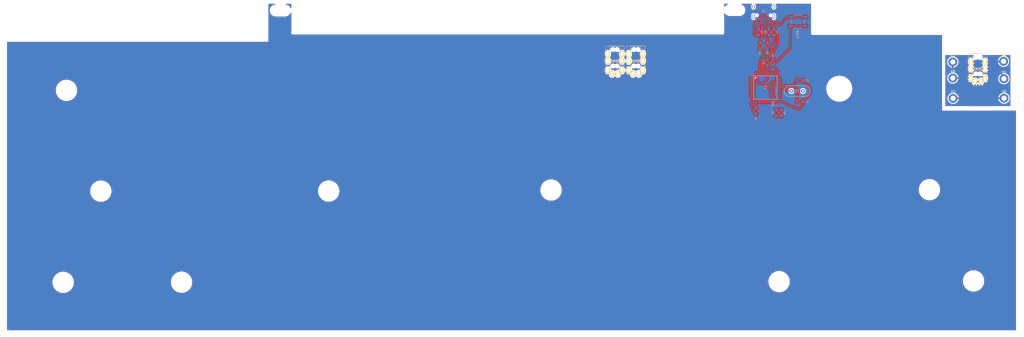
<source format=kicad_pcb>
(kicad_pcb (version 20171130) (host pcbnew "(5.1.8)-1")
  (layers (0 F.Cu signal) (31 B.Cu signal) (34 B.Paste user) (35 F.Paste user) (36 B.SilkS user) (37 F.SilkS user) (38 B.Mask user) (39 F.Mask user) (44 Edge.Cuts user))
  (net 0 "")
  (net 1 VCC)
  (net 2 "Net-(J1-PadB5)")
  (net 3 "Net-(C1-Pad1)")
  (net 4 GND)
  (net 5 "Net-(C2-Pad1)")
  (net 6 "Net-(C3-Pad1)")
  (net 7 "Net-(J1-PadA5)")
  (net 8 "Net-(J1-PadA7)")
  (net 9 "Net-(J1-PadA6)")
  (net 10 "Net-(R1-Pad2)")
  (net 11 D+)
  (net 12 D-)
  (net 13 RESET)
  (net 14 SCL)
  (net 15 SDA)
  (module a_gammy:MJ-4PP-9 (layer F.Cu) (at 355.6796 48.2216)
    (fp_text reference J1)
    (fp_text value MJ-4PP-9 hide)
    (fp_text user TRRS (at -0.8255 6.4135) (layer B.SilkS) (effects (justify mirror)))
    (fp_text user TRRS (at -0.75 6.45) (layer F.SilkS))
    (pad "" np_thru_hole circle (at -1.75 8.5) (size 1.2 1.2) (drill 1.2) (layers *.Cu *.Mask F.SilkS))
    (pad "" np_thru_hole circle (at -1.75 1.5) (size 1.2 1.2) (drill 1.2) (layers *.Cu *.Mask F.SilkS))
    (pad D thru_hole oval (at -3.85 10.3) (size 1.7 2.5) (drill oval 1 1.5) (layers *.Cu *.Mask F.SilkS) (clearance 0.15))
    (pad A thru_hole oval (at 0.35 11.8) (size 1.7 2.5) (drill oval 1 1.5) (layers *.Cu *.Mask F.SilkS) (clearance 0.15))
    (pad B thru_hole oval (at -3.85 3.3) (size 1.7 2.5) (drill oval 1 1.5) (layers *.Cu *.Mask F.SilkS))
    (pad C thru_hole oval (at -3.85 6.3) (size 1.7 2.5) (drill oval 1 1.5) (layers *.Cu *.Mask F.SilkS))
    (pad "" np_thru_hole circle (at 0 1.5) (size 1.2 1.2) (drill 1.2) (layers *.Cu *.Mask F.SilkS))
    (pad "" np_thru_hole circle (at 0 8.5) (size 1.2 1.2) (drill 1.2) (layers *.Cu *.Mask F.SilkS))
    (pad B thru_hole oval (at 2.1 3.3) (size 1.7 2.5) (drill oval 1 1.5) (layers *.Cu *.Mask F.SilkS))
    (pad C thru_hole oval (at 2.1 6.3) (size 1.7 2.5) (drill oval 1 1.5) (layers *.Cu *.Mask F.SilkS))
    (pad D thru_hole oval (at 2.1 10.3) (size 1.7 2.5) (drill oval 1 1.5) (layers *.Cu *.Mask F.SilkS) (clearance 0.15))
    (pad A thru_hole oval (at -2.1 11.8) (size 1.7 2.5) (drill oval 1 1.5) (layers *.Cu *.Mask F.SilkS) (clearance 0.15))
  )
  (module MountingHole:MountingHole_2.2mm_M2_ISO14580_Pad (layer F.Cu) (at 365.8196 58.7816)
    (fp_text reference H4 (at 0 -2.9) (layer F.SilkS))
    (fp_text value Right)
    (pad 1 thru_hole circle (at 0 0) (size 3.8 3.8) (drill 2.2) (layers *.Cu *.Mask))
  )
  (module MountingHole:MountingHole_2.2mm_M2_ISO14580_Pad (layer F.Cu) (at 365.8896 67.0616)
    (fp_text reference H5 (at 0 -2.9) (layer F.SilkS))
    (fp_text value GND)
    (pad 1 thru_hole circle (at 0 0) (size 3.8 3.8) (drill 2.2) (layers *.Cu *.Mask))
  )
  (module MountingHole:MountingHole_2.2mm_M2_ISO14580_Pad (layer F.Cu) (at 365.6896 51.4216)
    (fp_text reference H3 (at 0 -2.9) (layer F.SilkS))
    (fp_text value Left)
    (pad 1 thru_hole circle (at 0 0) (size 3.8 3.8) (drill 2.2) (layers *.Cu *.Mask))
  )
  (module MountingHole:MountingHole_2.2mm_M2_ISO14580_Pad (layer F.Cu) (at 344.1296 51.6816)
    (fp_text reference H1 (at 0 -2.9) (layer F.SilkS))
    (fp_text value MIC-Right)
    (pad 1 thru_hole circle (at 0 0) (size 3.8 3.8) (drill 2.2) (layers *.Cu *.Mask))
  )
  (module MountingHole:MountingHole_2.2mm_M2_ISO14580_Pad (layer F.Cu) (at 344.2396 67.1316)
    (fp_text reference H2 (at 0 -2.9) (layer F.SilkS))
    (fp_text value GND)
    (pad 1 thru_hole circle (at 0 0) (size 3.8 3.8) (drill 2.2) (layers *.Cu *.Mask))
  )
  (module MountingHole:MountingHole_2.2mm_M2_ISO14580_Pad (layer F.Cu) (at 344.1196 58.5216)
    (fp_text reference H0 (at 0 -2.9) (layer F.SilkS))
    (fp_text value MIC-Left)
    (pad 1 thru_hole circle (at 0 0) (size 3.8 3.8) (drill 2.2) (layers *.Cu *.Mask))
  )
  (module gammy:MJ-4PP-9 (layer F.Cu) (at 210.4236 44.9072)
    (fp_text reference J3)
    (fp_text value AudioJack4 hide)
    (fp_text user TRRS (at -0.75 6.45) (layer F.SilkS))
    (fp_text user TRRS (at -0.8255 6.4135) (layer B.SilkS) (effects (justify mirror)))
    (pad A thru_hole oval (at -2.1 11.8) (size 1.7 2.5) (drill oval 1 1.5) (layers *.Cu *.Mask F.SilkS) (clearance 0.15))
    (pad D thru_hole oval (at 2.1 10.3) (size 1.7 2.5) (drill oval 1 1.5) (layers *.Cu *.Mask F.SilkS) (clearance 0.15))
    (pad C thru_hole oval (at 2.1 6.3) (size 1.7 2.5) (drill oval 1 1.5) (layers *.Cu *.Mask F.SilkS))
    (pad B thru_hole oval (at 2.1 3.3) (size 1.7 2.5) (drill oval 1 1.5) (layers *.Cu *.Mask F.SilkS))
    (pad "" np_thru_hole circle (at 0 8.5) (size 1.2 1.2) (drill 1.2) (layers *.Cu *.Mask F.SilkS))
    (pad "" np_thru_hole circle (at 0 1.5) (size 1.2 1.2) (drill 1.2) (layers *.Cu *.Mask F.SilkS))
    (pad C thru_hole oval (at -3.85 6.3) (size 1.7 2.5) (drill oval 1 1.5) (layers *.Cu *.Mask F.SilkS))
    (pad B thru_hole oval (at -3.85 3.3) (size 1.7 2.5) (drill oval 1 1.5) (layers *.Cu *.Mask F.SilkS))
    (pad A thru_hole oval (at 0.35 11.8) (size 1.7 2.5) (drill oval 1 1.5) (layers *.Cu *.Mask F.SilkS) (clearance 0.15))
    (pad D thru_hole oval (at -3.85 10.3) (size 1.7 2.5) (drill oval 1 1.5) (layers *.Cu *.Mask F.SilkS) (clearance 0.15))
    (pad "" np_thru_hole circle (at -1.75 1.5) (size 1.2 1.2) (drill 1.2) (layers *.Cu *.Mask F.SilkS))
    (pad "" np_thru_hole circle (at -1.75 8.5) (size 1.2 1.2) (drill 1.2) (layers *.Cu *.Mask F.SilkS))
  )
  (module gammy:MJ-4PP-9 (layer F.Cu) (at 201.5236 44.9072)
    (fp_text reference J2)
    (fp_text value AudioJack4 hide)
    (fp_text user TRRS (at -0.75 6.45) (layer F.SilkS))
    (fp_text user TRRS (at -0.8255 6.4135) (layer B.SilkS) (effects (justify mirror)))
    (pad A thru_hole oval (at -2.1 11.8) (size 1.7 2.5) (drill oval 1 1.5) (layers *.Cu *.Mask F.SilkS) (clearance 0.15))
    (pad D thru_hole oval (at 2.1 10.3) (size 1.7 2.5) (drill oval 1 1.5) (layers *.Cu *.Mask F.SilkS) (clearance 0.15))
    (pad C thru_hole oval (at 2.1 6.3) (size 1.7 2.5) (drill oval 1 1.5) (layers *.Cu *.Mask F.SilkS))
    (pad B thru_hole oval (at 2.1 3.3) (size 1.7 2.5) (drill oval 1 1.5) (layers *.Cu *.Mask F.SilkS))
    (pad "" np_thru_hole circle (at 0 8.5) (size 1.2 1.2) (drill 1.2) (layers *.Cu *.Mask F.SilkS))
    (pad "" np_thru_hole circle (at 0 1.5) (size 1.2 1.2) (drill 1.2) (layers *.Cu *.Mask F.SilkS))
    (pad C thru_hole oval (at -3.85 6.3) (size 1.7 2.5) (drill oval 1 1.5) (layers *.Cu *.Mask F.SilkS))
    (pad B thru_hole oval (at -3.85 3.3) (size 1.7 2.5) (drill oval 1 1.5) (layers *.Cu *.Mask F.SilkS))
    (pad A thru_hole oval (at 0.35 11.8) (size 1.7 2.5) (drill oval 1 1.5) (layers *.Cu *.Mask F.SilkS) (clearance 0.15))
    (pad D thru_hole oval (at -3.85 10.3) (size 1.7 2.5) (drill oval 1 1.5) (layers *.Cu *.Mask F.SilkS) (clearance 0.15))
    (pad "" np_thru_hole circle (at -1.75 1.5) (size 1.2 1.2) (drill 1.2) (layers *.Cu *.Mask F.SilkS))
    (pad "" np_thru_hole circle (at -1.75 8.5) (size 1.2 1.2) (drill 1.2) (layers *.Cu *.Mask F.SilkS))
  )
  (module gammy:TQFP44 (layer B.Cu) (at 264.5418 62.5476 270)
    (fp_text reference U1 (at 0 0 90) (layer B.SilkS) (effects (justify mirror)))
    (fp_text value ATmega32U4-AU hide)
    (pad 44 smd roundrect (at -4 6 180) (size 1.2 0.4) (layers B.Cu B.Paste B.Mask) (roundrect_rratio 0.5) (net 1 VCC))
    (pad 43 smd roundrect (at -3.2 6 180) (size 1.2 0.4) (layers B.Cu B.Paste B.Mask) (roundrect_rratio 0.5) (net 4 GND))
    (pad 42 smd roundrect (at -2.4 6 180) (size 1.2 0.4) (layers B.Cu B.Paste B.Mask) (roundrect_rratio 0.5))
    (pad 41 smd roundrect (at -1.6 6 180) (size 1.2 0.4) (layers B.Cu B.Paste B.Mask) (roundrect_rratio 0.5))
    (pad 40 smd roundrect (at -0.8 6 180) (size 1.2 0.4) (layers B.Cu B.Paste B.Mask) (roundrect_rratio 0.5))
    (pad 39 smd roundrect (at 0 6 180) (size 1.2 0.4) (layers B.Cu B.Paste B.Mask) (roundrect_rratio 0.5))
    (pad 38 smd roundrect (at 0.8 6 180) (size 1.2 0.4) (layers B.Cu B.Paste B.Mask) (roundrect_rratio 0.5))
    (pad 37 smd roundrect (at 1.6 6 180) (size 1.2 0.4) (layers B.Cu B.Paste B.Mask) (roundrect_rratio 0.5))
    (pad 36 smd roundrect (at 2.4 6 180) (size 1.2 0.4) (layers B.Cu B.Paste B.Mask) (roundrect_rratio 0.5))
    (pad 35 smd roundrect (at 3.2 6 180) (size 1.2 0.4) (layers B.Cu B.Paste B.Mask) (roundrect_rratio 0.5) (net 4 GND))
    (pad 34 smd roundrect (at 4 6 180) (size 1.2 0.4) (layers B.Cu B.Paste B.Mask) (roundrect_rratio 0.5) (net 1 VCC))
    (pad 33 smd roundrect (at 6 4 270) (size 1.2 0.4) (layers B.Cu B.Paste B.Mask) (roundrect_rratio 0.5) (net 10 "Net-(R1-Pad2)"))
    (pad 32 smd roundrect (at 6 3.2 270) (size 1.2 0.4) (layers B.Cu B.Paste B.Mask) (roundrect_rratio 0.5))
    (pad 31 smd roundrect (at 6 2.4 270) (size 1.2 0.4) (layers B.Cu B.Paste B.Mask) (roundrect_rratio 0.5))
    (pad 30 smd roundrect (at 6 1.6 270) (size 1.2 0.4) (layers B.Cu B.Paste B.Mask) (roundrect_rratio 0.5))
    (pad 29 smd roundrect (at 6 0.8 270) (size 1.2 0.4) (layers B.Cu B.Paste B.Mask) (roundrect_rratio 0.5))
    (pad 28 smd roundrect (at 6 0 270) (size 1.2 0.4) (layers B.Cu B.Paste B.Mask) (roundrect_rratio 0.5))
    (pad 27 smd roundrect (at 6 -0.8 270) (size 1.2 0.4) (layers B.Cu B.Paste B.Mask) (roundrect_rratio 0.5))
    (pad 26 smd roundrect (at 6 -1.6 270) (size 1.2 0.4) (layers B.Cu B.Paste B.Mask) (roundrect_rratio 0.5))
    (pad 25 smd roundrect (at 6 -2.4 270) (size 1.2 0.4) (layers B.Cu B.Paste B.Mask) (roundrect_rratio 0.5))
    (pad 24 smd roundrect (at 6 -3.2 270) (size 1.2 0.4) (layers B.Cu B.Paste B.Mask) (roundrect_rratio 0.5) (net 1 VCC))
    (pad 23 smd roundrect (at 6 -4 270) (size 1.2 0.4) (layers B.Cu B.Paste B.Mask) (roundrect_rratio 0.5) (net 4 GND))
    (pad 22 smd roundrect (at 4 -6 180) (size 1.2 0.4) (layers B.Cu B.Paste B.Mask) (roundrect_rratio 0.5))
    (pad 21 smd roundrect (at 3.2 -6 180) (size 1.2 0.4) (layers B.Cu B.Paste B.Mask) (roundrect_rratio 0.5))
    (pad 20 smd roundrect (at 2.4 -6 180) (size 1.2 0.4) (layers B.Cu B.Paste B.Mask) (roundrect_rratio 0.5))
    (pad 19 smd roundrect (at 1.6 -6 180) (size 1.2 0.4) (layers B.Cu B.Paste B.Mask) (roundrect_rratio 0.5) (net 15 SDA))
    (pad 18 smd roundrect (at 0.8 -6 180) (size 1.2 0.4) (layers B.Cu B.Paste B.Mask) (roundrect_rratio 0.5) (net 14 SCL))
    (pad 17 smd roundrect (at 0 -6 180) (size 1.2 0.4) (layers B.Cu B.Paste B.Mask) (roundrect_rratio 0.5) (net 3 "Net-(C1-Pad1)"))
    (pad 16 smd roundrect (at -0.8 -6 180) (size 1.2 0.4) (layers B.Cu B.Paste B.Mask) (roundrect_rratio 0.5) (net 5 "Net-(C2-Pad1)"))
    (pad 15 smd roundrect (at -1.6 -6 180) (size 1.2 0.4) (layers B.Cu B.Paste B.Mask) (roundrect_rratio 0.5) (net 4 GND))
    (pad 14 smd roundrect (at -2.4 -6 180) (size 1.2 0.4) (layers B.Cu B.Paste B.Mask) (roundrect_rratio 0.5) (net 1 VCC))
    (pad 13 smd roundrect (at -3.2 -6 180) (size 1.2 0.4) (layers B.Cu B.Paste B.Mask) (roundrect_rratio 0.5) (net 13 RESET))
    (pad 12 smd roundrect (at -4 -6 180) (size 1.2 0.4) (layers B.Cu B.Paste B.Mask) (roundrect_rratio 0.5))
    (pad 11 smd roundrect (at -6 -4 270) (size 1.2 0.4) (layers B.Cu B.Paste B.Mask) (roundrect_rratio 0.5))
    (pad 10 smd roundrect (at -6 -3.2 270) (size 1.2 0.4) (layers B.Cu B.Paste B.Mask) (roundrect_rratio 0.5))
    (pad 9 smd roundrect (at -6 -2.4 270) (size 1.2 0.4) (layers B.Cu B.Paste B.Mask) (roundrect_rratio 0.5))
    (pad 8 smd roundrect (at -6 -1.6 270) (size 1.2 0.4) (layers B.Cu B.Paste B.Mask) (roundrect_rratio 0.5))
    (pad 7 smd roundrect (at -6 -0.8 270) (size 1.2 0.4) (layers B.Cu B.Paste B.Mask) (roundrect_rratio 0.5) (net 1 VCC))
    (pad 6 smd roundrect (at -6 0 270) (size 1.2 0.4) (layers B.Cu B.Paste B.Mask) (roundrect_rratio 0.5) (net 6 "Net-(C3-Pad1)"))
    (pad 5 smd roundrect (at -6 0.8 270) (size 1.2 0.4) (layers B.Cu B.Paste B.Mask) (roundrect_rratio 0.5) (net 4 GND))
    (pad 4 smd roundrect (at -6 1.6 270) (size 1.2 0.4) (layers B.Cu B.Paste B.Mask) (roundrect_rratio 0.5) (net 11 D+))
    (pad 3 smd roundrect (at -6 2.4 270) (size 1.2 0.4) (layers B.Cu B.Paste B.Mask) (roundrect_rratio 0.5) (net 12 D-))
    (pad 2 smd roundrect (at -6 3.2 270) (size 1.2 0.4) (layers B.Cu B.Paste B.Mask) (roundrect_rratio 0.5) (net 1 VCC))
    (pad 1 smd roundrect (at -6 4 270) (size 1.2 0.4) (layers B.Cu B.Paste B.Mask) (roundrect_rratio 0.5))
  )
  (module gammy:TYPE-C-31-M-12 (layer B.Cu) (at 263.8418 25.6176 180)
    (fp_text reference J1 (at 0 -4.5) (layer B.SilkS) (effects (justify mirror)))
    (fp_text value TYPE-C-31-M-12 hide)
    (pad A1B12 smd rect (at 3.25 -7.7 180) (size 0.6 1.45) (layers B.Cu B.Paste B.Mask) (net 4 GND))
    (pad A4B9 smd rect (at 2.45 -7.7 180) (size 0.6 1.45) (layers B.Cu B.Paste B.Mask) (net 1 VCC))
    (pad B1A12 smd rect (at -3.25 -7.7 180) (size 0.6 1.45) (layers B.Cu B.Paste B.Mask) (net 4 GND))
    (pad B4A9 smd rect (at -2.45 -7.7 180) (size 0.6 1.45) (layers B.Cu B.Paste B.Mask) (net 1 VCC))
    (pad B8 smd rect (at 1.75 -7.7 180) (size 0.3 1.45) (layers B.Cu B.Paste B.Mask))
    (pad A5 smd rect (at 1.25 -7.7 180) (size 0.3 1.45) (layers B.Cu B.Paste B.Mask) (net 7 "Net-(J1-PadA5)"))
    (pad B7 smd rect (at 0.75 -7.7 180) (size 0.3 1.45) (layers B.Cu B.Paste B.Mask) (net 8 "Net-(J1-PadA7)"))
    (pad A6 smd rect (at 0.25 -7.7 180) (size 0.3 1.45) (layers B.Cu B.Paste B.Mask) (net 9 "Net-(J1-PadA6)"))
    (pad A7 smd rect (at -0.25 -7.7 180) (size 0.3 1.45) (layers B.Cu B.Paste B.Mask) (net 8 "Net-(J1-PadA7)"))
    (pad B6 smd rect (at -0.75 -7.7 180) (size 0.3 1.45) (layers B.Cu B.Paste B.Mask) (net 9 "Net-(J1-PadA6)"))
    (pad A8 smd rect (at -1.25 -7.7 180) (size 0.3 1.45) (layers B.Cu B.Paste B.Mask))
    (pad B5 smd rect (at -1.75 -7.7 180) (size 0.3 1.45) (layers B.Cu B.Paste B.Mask) (net 2 "Net-(J1-PadB5)"))
    (pad "" np_thru_hole circle (at 2.89 -6.25 180) (size 0.65 0.65) (drill 0.65) (layers *.Cu *.Mask))
    (pad "" np_thru_hole circle (at -2.89 -6.25 180) (size 0.65 0.65) (drill 0.65) (layers *.Cu *.Mask))
    (pad "" thru_hole roundrect (at -4.32 -6.78 180) (size 1 2.1) (drill oval 0.6 1.7) (layers *.Cu F.Mask) (roundrect_rratio 0.5))
    (pad "" thru_hole roundrect (at 4.32 -6.78 180) (size 1 2.1) (drill oval 0.6 1.7) (layers *.Cu F.Mask) (roundrect_rratio 0.5))
    (pad "" thru_hole roundrect (at -4.32 -2.6 180) (size 1 1.6) (drill oval 0.6 1.2) (layers *.Cu F.Mask) (roundrect_rratio 0.5))
    (pad "" thru_hole roundrect (at 4.32 -2.6 180) (size 1 1.6) (drill oval 0.6 1.2) (layers *.Cu F.Mask) (roundrect_rratio 0.5))
  )
  (module SMD:2012M (layer B.Cu) (at 266.0918 39.0276 90)
    (fp_text reference R5 (at 0 -1.5 90) (layer B.SilkS) (effects (font (size 0.8 0.8) (thickness 0.1)) (justify mirror)))
    (fp_text value 5.1k hide)
    (pad 1 smd roundrect (at -1.2 0 90) (size 1.2 1.25) (layers B.Cu B.Paste B.Mask) (roundrect_rratio 0.1) (net 4 GND))
    (pad 2 smd roundrect (at 1.2 0 90) (size 1.2 1.25) (layers B.Cu B.Paste B.Mask) (roundrect_rratio 0.1) (net 2 "Net-(J1-PadB5)"))
  )
  (module SMD:2012M (layer B.Cu) (at 265.3918 44.8176 90)
    (fp_text reference R2 (at -3 0 90) (layer B.SilkS) (effects (font (size 0.8 0.8) (thickness 0.1)) (justify mirror)))
    (fp_text value 22 hide)
    (pad 1 smd roundrect (at -1.2 0 90) (size 1.2 1.25) (layers B.Cu B.Paste B.Mask) (roundrect_rratio 0.1) (net 11 D+))
    (pad 2 smd roundrect (at 1.2 0 90) (size 1.2 1.25) (layers B.Cu B.Paste B.Mask) (roundrect_rratio 0.1) (net 9 "Net-(J1-PadA6)"))
  )
  (module SMD:2012M (layer B.Cu) (at 265.3418 51.8776 90)
    (fp_text reference C3 (at 0 -1.5 90) (layer B.SilkS) (effects (font (size 0.8 0.8) (thickness 0.1)) (justify mirror)))
    (fp_text value 1u hide)
    (pad 1 smd roundrect (at -1.2 0 90) (size 1.2 1.25) (layers B.Cu B.Paste B.Mask) (roundrect_rratio 0.1) (net 6 "Net-(C3-Pad1)"))
    (pad 2 smd roundrect (at 1.2 0 90) (size 1.2 1.25) (layers B.Cu B.Paste B.Mask) (roundrect_rratio 0.1) (net 4 GND))
  )
  (module SMD:2012M (layer B.Cu) (at 268.2018 39.0276 270)
    (fp_text reference C4 (at 0 -1.5 270) (layer B.SilkS) (effects (font (size 0.8 0.8) (thickness 0.1)) (justify mirror)))
    (fp_text value 1u hide)
    (pad 1 smd roundrect (at -1.2 0 270) (size 1.2 1.25) (layers B.Cu B.Paste B.Mask) (roundrect_rratio 0.1) (net 1 VCC))
    (pad 2 smd roundrect (at 1.2 0 270) (size 1.2 1.25) (layers B.Cu B.Paste B.Mask) (roundrect_rratio 0.1) (net 4 GND))
  )
  (module SMD:2012M (layer B.Cu) (at 261.5918 39.0276 90)
    (fp_text reference R4 (at 0 1.52 90) (layer B.SilkS) (effects (font (size 0.8 0.8) (thickness 0.1)) (justify mirror)))
    (fp_text value 5.1k hide)
    (pad 1 smd roundrect (at -1.2 0 90) (size 1.2 1.25) (layers B.Cu B.Paste B.Mask) (roundrect_rratio 0.1) (net 4 GND))
    (pad 2 smd roundrect (at 1.2 0 90) (size 1.2 1.25) (layers B.Cu B.Paste B.Mask) (roundrect_rratio 0.1) (net 7 "Net-(J1-PadA5)"))
  )
  (module SMD:2012M (layer B.Cu) (at 262.2918 44.8176 90)
    (fp_text reference R3 (at -3 0 90) (layer B.SilkS) (effects (font (size 0.8 0.8) (thickness 0.1)) (justify mirror)))
    (fp_text value 22 hide)
    (pad 1 smd roundrect (at -1.2 0 90) (size 1.2 1.25) (layers B.Cu B.Paste B.Mask) (roundrect_rratio 0.1) (net 12 D-))
    (pad 2 smd roundrect (at 1.2 0 90) (size 1.2 1.25) (layers B.Cu B.Paste B.Mask) (roundrect_rratio 0.1) (net 8 "Net-(J1-PadA7)"))
  )
  (module SMD:2012M (layer B.Cu) (at 260.5418 72.4176 90)
    (fp_text reference R1 (at -3.5 0 90) (layer B.SilkS) (effects (font (size 0.8 0.8) (thickness 0.1)) (justify mirror)))
    (fp_text value 10k hide)
    (pad 1 smd roundrect (at -1.2 0 90) (size 1.2 1.25) (layers B.Cu B.Paste B.Mask) (roundrect_rratio 0.1) (net 4 GND))
    (pad 2 smd roundrect (at 1.2 0 90) (size 1.2 1.25) (layers B.Cu B.Paste B.Mask) (roundrect_rratio 0.1) (net 10 "Net-(R1-Pad2)"))
  )
  (module SMD:2012M (layer B.Cu) (at 279.2118 68.5376)
    (fp_text reference C1 (at 3 0) (layer B.SilkS) (effects (font (size 0.8 0.8) (thickness 0.1)) (justify mirror)))
    (fp_text value 22p hide)
    (pad 1 smd roundrect (at -1.2 0) (size 1.2 1.25) (layers B.Cu B.Paste B.Mask) (roundrect_rratio 0.1) (net 3 "Net-(C1-Pad1)"))
    (pad 2 smd roundrect (at 1.2 0) (size 1.2 1.25) (layers B.Cu B.Paste B.Mask) (roundrect_rratio 0.1) (net 4 GND))
  )
  (module SMD:2012M (layer B.Cu) (at 271.262 73.2706 270)
    (fp_text reference R8 (at 0 -1.5 90) (layer B.SilkS) (effects (font (size 0.8 0.8) (thickness 0.1)) (justify mirror)))
    (fp_text value 5.1k hide)
    (pad 1 smd roundrect (at -1.2 0 270) (size 1.2 1.25) (layers B.Cu B.Paste B.Mask) (roundrect_rratio 0.1) (net 15 SDA))
    (pad 2 smd roundrect (at 1.2 0 270) (size 1.2 1.25) (layers B.Cu B.Paste B.Mask) (roundrect_rratio 0.1) (net 1 VCC))
  )
  (module SMD:2012M (layer B.Cu) (at 269.222 73.2706 270)
    (fp_text reference R7 (at 0 1.5 90) (layer B.SilkS) (effects (font (size 0.8 0.8) (thickness 0.1)) (justify mirror)))
    (fp_text value 5.1k hide)
    (pad 1 smd roundrect (at -1.2 0 270) (size 1.2 1.25) (layers B.Cu B.Paste B.Mask) (roundrect_rratio 0.1) (net 14 SCL))
    (pad 2 smd roundrect (at 1.2 0 270) (size 1.2 1.25) (layers B.Cu B.Paste B.Mask) (roundrect_rratio 0.1) (net 1 VCC))
  )
  (module SMD:2012M (layer B.Cu) (at 279.2118 59.4976)
    (fp_text reference C2 (at 3 0) (layer B.SilkS) (effects (font (size 0.8 0.8) (thickness 0.1)) (justify mirror)))
    (fp_text value 22p hide)
    (pad 1 smd roundrect (at -1.2 0) (size 1.2 1.25) (layers B.Cu B.Paste B.Mask) (roundrect_rratio 0.1) (net 5 "Net-(C2-Pad1)"))
    (pad 2 smd roundrect (at 1.2 0) (size 1.2 1.25) (layers B.Cu B.Paste B.Mask) (roundrect_rratio 0.1) (net 4 GND))
  )
  (module Crystal:Crystal-HC-49-S (layer F.Cu) (at 278.0118 64.0176)
    (fp_text reference Y1 (at 0 0) (layer B.SilkS) (effects (justify mirror)))
    (fp_text value 16MHz hide)
    (pad 1 thru_hole circle (at -2.45 0) (size 1.6 1.6) (drill 0.8) (layers *.Cu B.Mask) (net 3 "Net-(C1-Pad1)"))
    (pad 2 thru_hole circle (at 2.45 0) (size 1.6 1.6) (drill 0.8) (layers *.Cu B.Mask) (net 5 "Net-(C2-Pad1)"))
  )
  (module SMD:2012M (layer B.Cu) (at 267.7418 51.8776 90)
    (fp_text reference R6 (at 3 0 90) (layer B.SilkS) (effects (font (size 0.8 0.8) (thickness 0.1)) (justify mirror)))
    (fp_text value 10k hide)
    (pad 1 smd roundrect (at -1.2 0 90) (size 1.2 1.25) (layers B.Cu B.Paste B.Mask) (roundrect_rratio 0.1) (net 13 RESET))
    (pad 2 smd roundrect (at 1.2 0 90) (size 1.2 1.25) (layers B.Cu B.Paste B.Mask) (roundrect_rratio 0.1) (net 1 VCC))
  )
  (module Button_Switch_SMD:SW_SPST_TL3342 (layer B.Cu) (at 278.3078 34.5186 180)
    (fp_text reference RST1 (at 0 -5.5 270) (layer B.SilkS) (effects (justify mirror)))
    (fp_text value SW_Push)
    (pad 1 smd rect (at -3.15 1.9 180) (size 1.7 1) (layers B.Cu B.Paste B.Mask) (net 4 GND))
    (pad 1 smd rect (at 3.15 1.9 180) (size 1.7 1) (layers B.Cu B.Paste B.Mask) (net 4 GND))
    (pad 2 smd rect (at -3.15 -1.9 180) (size 1.7 1) (layers B.Cu B.Paste B.Mask) (net 13 RESET))
    (pad 2 smd rect (at 3.15 -1.9 180) (size 1.7 1) (layers B.Cu B.Paste B.Mask) (net 13 RESET))
  )
  (gr_line (start 340.0806 58.6486) (end 340.42502 58.648607) (layer Edge.Cuts) (width 0.05))
  (gr_line (start 340.0806 58.6486) (end 340.0806 39.7002) (layer Edge.Cuts) (width 0.05))
  (gr_line (start 340.42502 58.648607) (end 340.4296 48.2716) (layer Edge.Cuts) (width 0.05))
  (gr_line (start 340.424886 58.953407) (end 340.0806 58.9534) (layer Edge.Cuts) (width 0.05))
  (gr_line (start 369.0996 48.2616) (end 369.0896 70.9416) (layer Edge.Cuts) (width 0.05))
  (gr_line (start 340.4196 70.9316) (end 340.424886 58.953407) (layer Edge.Cuts) (width 0.05))
  (gr_line (start 340.4296 48.2716) (end 369.0996 48.2616) (layer Edge.Cuts) (width 0.05))
  (gr_line (start 369.0896 70.9416) (end 340.4196 70.9316) (layer Edge.Cuts) (width 0.05))
  (gr_line (start 340.0806 71.882) (end 340.0806 58.9534) (layer Edge.Cuts) (width 0.05))
  (gr_line (start 268.1224 26.4668) (end 283.3624 26.4668) (layer Edge.Cuts) (width 0.05))
  (gr_text I2C (at 267.742 70.7706 90) (layer B.SilkS) (effects (font (size 1 1)) (justify right mirror)))
  (gr_line (start 283.3624 26.4668) (end 284.4546 26.4668) (layer Edge.Cuts) (width 0.05))
  (gr_line (start 249.4534 31.6738) (end 253.492 31.6738) (layer Edge.Cuts) (width 0.05))
  (gr_arc (start 253.492 29.6418) (end 253.492 31.6738) (angle -180) (layer Edge.Cuts) (width 0.05))
  (gr_arc (start 249.4534 29.6418) (end 249.4534 27.6098) (angle -180) (layer Edge.Cuts) (width 0.05))
  (gr_line (start 249.4534 27.6098) (end 253.492 27.6098) (layer Edge.Cuts) (width 0.05))
  (gr_circle (center 352.933 144.6784) (end 355.2698 147.955) (layer Edge.Cuts) (width 0.05))
  (gr_circle (center 334.2132 105.918) (end 336.55 109.1946) (layer Edge.Cuts) (width 0.05))
  (gr_circle (center 270.3576 144.9578) (end 272.6944 148.2344) (layer Edge.Cuts) (width 0.05))
  (gr_circle (center 173.5328 106.0704) (end 175.8696 109.347) (layer Edge.Cuts) (width 0.05))
  (gr_circle (center 79.0956 106.5022) (end 81.4324 109.7788) (layer Edge.Cuts) (width 0.05))
  (gr_circle (center 16.6116 145.2118) (end 18.9484 148.4884) (layer Edge.Cuts) (width 0.05))
  (gr_circle (center -33.655 145.2626) (end -31.3182 148.5392) (layer Edge.Cuts) (width 0.05))
  (gr_circle (center -17.6784 106.553) (end -15.3416 109.8296) (layer Edge.Cuts) (width 0.05))
  (gr_arc (start 56.5658 29.8196) (end 56.5658 27.7876) (angle -180) (layer Edge.Cuts) (width 0.05))
  (gr_line (start 56.5658 31.8516) (end 60.6044 31.8516) (layer Edge.Cuts) (width 0.05))
  (gr_arc (start 60.6044 29.8196) (end 60.6044 31.8516) (angle -180) (layer Edge.Cuts) (width 0.05))
  (gr_line (start 56.5658 27.7876) (end 60.6044 27.7876) (layer Edge.Cuts) (width 0.05))
  (target plus (at -57.9882 166.0906) (size 5) (width 0.05) (layer Edge.Cuts))
  (gr_line (start 284.4546 26.4668) (end 284.4546 39.7002) (layer Edge.Cuts) (width 0.05))
  (gr_line (start 371.475 71.8566) (end 371.475 166.0906) (layer Edge.Cuts) (width 0.05))
  (gr_circle (center 295.91 63.0428) (end 300.1772 65.659) (layer Edge.Cuts) (width 0.05))
  (gr_circle (center -32.258 63.742683) (end -29.9212 67.019283) (layer Edge.Cuts) (width 0.05))
  (gr_line (start 253.4158 26.4668) (end 268.1224 26.4668) (layer Edge.Cuts) (width 0.05))
  (gr_line (start 246.5578 26.4668) (end 253.4158 26.4668) (layer Edge.Cuts) (width 0.05))
  (gr_line (start 246.5578 39.4716) (end 246.5578 26.4668) (layer Edge.Cuts) (width 0.05))
  (gr_line (start 63.7286 39.4716) (end 246.5578 39.4716) (layer Edge.Cuts) (width 0.05))
  (gr_line (start 63.7286 26.4922) (end 63.7286 39.4716) (layer Edge.Cuts) (width 0.05))
  (gr_line (start 52.959 26.4922) (end 63.7286 26.4922) (layer Edge.Cuts) (width 0.05))
  (gr_line (start 52.959 42.6212) (end 52.959 26.4922) (layer Edge.Cuts) (width 0.05))
  (gr_line (start -57.9882 42.6212) (end 52.959 42.6212) (layer Edge.Cuts) (width 0.05))
  (gr_line (start -57.9882 166.0906) (end -57.9882 42.6212) (layer Edge.Cuts) (width 0.05))
  (gr_line (start 371.475 166.0906) (end -57.9882 166.0906) (layer Edge.Cuts) (width 0.05))
  (gr_line (start 340.0806 71.882) (end 371.475 71.8566) (layer Edge.Cuts) (width 0.05))
  (gr_line (start 284.4546 39.7002) (end 340.0806 39.7002) (layer Edge.Cuts) (width 0.05))
  (segment (start 349.4296 67.1316) (end 344.2396 67.1316) (width 0.5) (layer F.Cu) (net 0))
  (segment (start 353.5796 60.0216) (end 356.0296 60.0216) (width 0.5) (layer F.Cu) (net 0))
  (segment (start 353.5796 60.0216) (end 353.5796 62.9816) (width 0.5) (layer F.Cu) (net 0))
  (segment (start 356.0296 60.0216) (end 356.0296 62.8716) (width 0.5) (layer F.Cu) (net 0))
  (segment (start 356.0296 62.8716) (end 360.2196 67.0616) (width 0.5) (layer F.Cu) (net 0))
  (segment (start 360.2196 67.0616) (end 365.8896 67.0616) (width 0.5) (layer F.Cu) (net 0))
  (segment (start 353.5796 62.9816) (end 349.4296 67.1316) (width 0.5) (layer F.Cu) (net 0))
  (segment (start 365.5896 51.5216) (end 365.6896 51.4216) (width 0.5) (layer F.Cu) (net 0))
  (segment (start 357.7796 51.5216) (end 365.5896 51.5216) (width 0.5) (layer F.Cu) (net 0))
  (segment (start 351.8296 51.5216) (end 357.7796 51.5216) (width 0.5) (layer F.Cu) (net 0))
  (segment (start 351.8296 54.5216) (end 357.7796 54.5216) (width 0.5) (layer F.Cu) (net 0))
  (segment (start 357.7796 54.5216) (end 362.5496 54.5216) (width 0.5) (layer F.Cu) (net 0))
  (segment (start 365.8196 57.7916) (end 365.8196 58.7816) (width 0.5) (layer F.Cu) (net 0))
  (segment (start 362.5496 54.5216) (end 365.8196 57.7916) (width 0.5) (layer F.Cu) (net 0))
  (segment (start 357.7796 58.5216) (end 357.7796 58.4916) (width 0.5) (layer F.Cu) (net 0))
  (segment (start 357.3096 58.0216) (end 352.3296 58.0216) (width 0.5) (layer F.Cu) (net 0))
  (segment (start 344.1296 54.5442) (end 348.107 58.5216) (width 0.5) (layer F.Cu) (net 0))
  (segment (start 344.1296 58.5116) (end 344.1196 58.5216) (width 0.5) (layer F.Cu) (net 0))
  (segment (start 357.7796 58.4916) (end 357.3096 58.0216) (width 0.5) (layer F.Cu) (net 0))
  (segment (start 344.1296 51.6816) (end 344.1296 54.5442) (width 0.5) (layer F.Cu) (net 0))
  (segment (start 348.107 58.5216) (end 344.1196 58.5216) (width 0.5) (layer F.Cu) (net 0))
  (segment (start 351.8296 58.5216) (end 348.107 58.5216) (width 0.5) (layer F.Cu) (net 0))
  (segment (start 352.3296 58.0216) (end 351.8296 58.5216) (width 0.5) (layer F.Cu) (net 0))
  (segment (start 265.9618 61.4376) (end 265.5018 62.2076) (width 0.3) (layer B.Cu) (net 1))
  (segment (start 265.3218 58.7876) (end 265.3418 58.5876) (width 0.3) (layer B.Cu) (net 1))
  (segment (start 261.3418 56.5476) (end 261.3418 60.3776) (width 0.3) (layer B.Cu) (net 1))
  (segment (start 261.4018 60.6276) (end 261.3418 60.3776) (width 0.3) (layer B.Cu) (net 1))
  (segment (start 265.0018 59.3976) (end 265.1018 59.2776) (width 0.3) (layer B.Cu) (net 1))
  (segment (start 265.2618 58.9776) (end 265.3218 58.7876) (width 0.3) (layer B.Cu) (net 1))
  (segment (start 264.3418 61.8376) (end 264.2018 61.6476) (width 0.3) (layer B.Cu) (net 1))
  (segment (start 264.5018 61.9976) (end 264.3418 61.8376) (width 0.3) (layer B.Cu) (net 1))
  (segment (start 264.2018 60.1076) (end 264.3118 59.9676) (width 0.3) (layer B.Cu) (net 1))
  (segment (start 265.1818 59.1376) (end 265.2618 58.9776) (width 0.3) (layer B.Cu) (net 1))
  (segment (start 264.6818 62.1076) (end 264.5018 61.9976) (width 0.3) (layer B.Cu) (net 1))
  (segment (start 264.4618 59.8276) (end 264.6118 59.7276) (width 0.3) (layer B.Cu) (net 1))
  (segment (start 264.8918 59.5076) (end 265.0018 59.3976) (width 0.3) (layer B.Cu) (net 1))
  (segment (start 261.6918 60.8476) (end 261.5118 60.7676) (width 0.3) (layer B.Cu) (net 1))
  (segment (start 264.2018 61.6476) (end 263.7418 60.8776) (width 0.3) (layer B.Cu) (net 1))
  (segment (start 267.0118 66.4076) (end 266.9718 66.1476) (width 0.3) (layer B.Cu) (net 1))
  (segment (start 266.9318 65.2176) (end 266.9018 64.9876) (width 0.3) (layer B.Cu) (net 1))
  (segment (start 267.0718 66.5976) (end 267.0118 66.4076) (width 0.3) (layer B.Cu) (net 1))
  (segment (start 267.2718 66.8676) (end 267.1618 66.7476) (width 0.3) (layer B.Cu) (net 1))
  (segment (start 264.8818 62.1776) (end 264.6818 62.1076) (width 0.3) (layer B.Cu) (net 1))
  (segment (start 264.3118 59.9676) (end 264.4618 59.8276) (width 0.3) (layer B.Cu) (net 1))
  (segment (start 267.7418 67.5476) (end 267.7218 67.3776) (width 0.3) (layer B.Cu) (net 1))
  (segment (start 270.5418 60.1476) (end 268.8118 60.1476) (width 0.3) (layer B.Cu) (net 1))
  (segment (start 258.5418 58.5476) (end 261.3418 58.5476) (width 0.3) (layer B.Cu) (net 1))
  (segment (start 261.8418 60.8776) (end 261.6918 60.8476) (width 0.3) (layer B.Cu) (net 1))
  (segment (start 261.5118 60.7676) (end 261.4018 60.6276) (width 0.3) (layer B.Cu) (net 1))
  (segment (start 261.8418 60.8776) (end 263.7418 60.8776) (width 0.3) (layer B.Cu) (net 1))
  (segment (start 264.2018 60.1076) (end 263.7418 60.8776) (width 0.3) (layer B.Cu) (net 1))
  (segment (start 264.6118 59.7276) (end 264.7518 59.6276) (width 0.3) (layer B.Cu) (net 1))
  (segment (start 264.7518 59.6276) (end 264.8918 59.5076) (width 0.3) (layer B.Cu) (net 1))
  (segment (start 265.1018 59.2776) (end 265.1818 59.1376) (width 0.3) (layer B.Cu) (net 1))
  (segment (start 265.3418 58.5876) (end 265.3418 56.5476) (width 0.3) (layer B.Cu) (net 1))
  (segment (start 266.7918 35.2176) (end 266.4518 34.9676) (width 0.3) (layer B.Cu) (net 1))
  (segment (start 267.7218 67.3776) (end 267.6518 67.2176) (width 0.3) (layer B.Cu) (net 1))
  (segment (start 268.1918 36.9876) (end 268.1618 36.7276) (width 0.3) (layer B.Cu) (net 1))
  (segment (start 268.1618 36.7276) (end 268.1018 36.4276) (width 0.3) (layer B.Cu) (net 1))
  (segment (start 268.1018 36.4276) (end 268.0118 36.1476) (width 0.3) (layer B.Cu) (net 1))
  (segment (start 267.1618 66.7476) (end 267.0718 66.5976) (width 0.3) (layer B.Cu) (net 1))
  (segment (start 267.7418 68.5476) (end 267.7418 67.5476) (width 0.3) (layer B.Cu) (net 1))
  (segment (start 266.3418 60.9176) (end 266.5618 60.7176) (width 0.3) (layer B.Cu) (net 1))
  (segment (start 267.0618 60.3876) (end 267.3418 60.2776) (width 0.3) (layer B.Cu) (net 1))
  (segment (start 265.0818 62.2076) (end 264.8818 62.1776) (width 0.3) (layer B.Cu) (net 1))
  (segment (start 269.6118 40.2276) (end 269.6118 43.8176) (width 0.3) (layer B.Cu) (net 1))
  (segment (start 266.4518 34.9676) (end 266.3318 34.8476) (width 0.3) (layer B.Cu) (net 1))
  (segment (start 266.3318 34.8476) (end 266.2918 34.6776) (width 0.3) (layer B.Cu) (net 1))
  (segment (start 267.4018 66.9776) (end 267.2718 66.8676) (width 0.3) (layer B.Cu) (net 1))
  (segment (start 267.6118 60.2376) (end 267.3418 60.2776) (width 0.3) (layer B.Cu) (net 1))
  (segment (start 266.2918 34.6776) (end 266.2918 33.3176) (width 0.3) (layer B.Cu) (net 1))
  (segment (start 265.4118 55.3976) (end 265.3518 55.5976) (width 0.3) (layer B.Cu) (net 1))
  (segment (start 265.3418 55.7676) (end 265.3418 56.5476) (width 0.3) (layer B.Cu) (net 1))
  (segment (start 267.6518 67.2176) (end 267.5318 67.0776) (width 0.3) (layer B.Cu) (net 1))
  (segment (start 268.5418 60.1576) (end 268.2018 60.1776) (width 0.3) (layer B.Cu) (net 1))
  (segment (start 265.5018 62.2176) (end 265.3118 62.2176) (width 0.3) (layer B.Cu) (net 1))
  (segment (start 266.8518 64.7076) (end 266.7118 64.3476) (width 0.3) (layer B.Cu) (net 1))
  (segment (start 266.9418 65.4576) (end 266.9318 65.2176) (width 0.3) (layer B.Cu) (net 1))
  (segment (start 266.1618 61.1376) (end 266.3418 60.9176) (width 0.3) (layer B.Cu) (net 1))
  (segment (start 268.8118 60.1476) (end 268.5418 60.1576) (width 0.3) (layer B.Cu) (net 1))
  (segment (start 267.5318 67.0776) (end 267.4018 66.9776) (width 0.3) (layer B.Cu) (net 1))
  (segment (start 266.5618 60.7176) (end 266.8118 60.5276) (width 0.3) (layer B.Cu) (net 1))
  (segment (start 265.6518 55.0776) (end 265.5118 55.2176) (width 0.3) (layer B.Cu) (net 1))
  (segment (start 266.9418 65.8176) (end 266.9418 65.4576) (width 0.3) (layer B.Cu) (net 1))
  (segment (start 266.9718 66.1476) (end 266.9418 65.8176) (width 0.3) (layer B.Cu) (net 1))
  (segment (start 265.5118 55.2176) (end 265.4118 55.3976) (width 0.3) (layer B.Cu) (net 1))
  (segment (start 267.8618 60.2076) (end 267.6118 60.2376) (width 0.3) (layer B.Cu) (net 1))
  (segment (start 266.8118 60.5276) (end 267.0618 60.3876) (width 0.3) (layer B.Cu) (net 1))
  (segment (start 265.3518 55.5976) (end 265.3418 55.7676) (width 0.3) (layer B.Cu) (net 1))
  (segment (start 265.9618 62.9876) (end 265.5018 62.2176) (width 0.3) (layer B.Cu) (net 1))
  (segment (start 268.2018 60.1776) (end 267.8618 60.2076) (width 0.3) (layer B.Cu) (net 1))
  (segment (start 265.9618 61.4376) (end 266.1618 61.1376) (width 0.3) (layer B.Cu) (net 1))
  (segment (start 268.2018 37.1776) (end 268.1918 36.9876) (width 0.3) (layer B.Cu) (net 1))
  (segment (start 266.7118 64.3476) (end 266.6018 64.1276) (width 0.3) (layer B.Cu) (net 1))
  (segment (start 266.6018 64.1276) (end 265.9618 62.9876) (width 0.3) (layer B.Cu) (net 1))
  (segment (start 265.3118 62.2176) (end 265.0818 62.2076) (width 0.3) (layer B.Cu) (net 1))
  (segment (start 266.9018 64.9876) (end 266.8518 64.7076) (width 0.3) (layer B.Cu) (net 1))
  (segment (start 267.5618 35.5976) (end 267.3718 35.5076) (width 0.3) (layer B.Cu) (net 1))
  (segment (start 267.3718 35.5076) (end 266.7918 35.2176) (width 0.3) (layer B.Cu) (net 1))
  (segment (start 268.0118 36.1476) (end 267.8918 35.8976) (width 0.3) (layer B.Cu) (net 1))
  (segment (start 269.5518 39.7676) (end 269.4718 39.4976) (width 0.3) (layer B.Cu) (net 1))
  (segment (start 266.7818 51.7676) (end 266.7118 51.9176) (width 0.3) (layer B.Cu) (net 1))
  (segment (start 269.1118 38.7876) (end 268.9518 38.5776) (width 0.3) (layer B.Cu) (net 1))
  (segment (start 266.7118 51.9176) (end 266.6618 52.0776) (width 0.3) (layer B.Cu) (net 1))
  (segment (start 267.7318 35.7376) (end 267.5618 35.5976) (width 0.3) (layer B.Cu) (net 1))
  (segment (start 269.6118 40.2276) (end 269.5918 40.0076) (width 0.3) (layer B.Cu) (net 1))
  (segment (start 266.6218 52.2376) (end 266.6018 52.4076) (width 0.3) (layer B.Cu) (net 1))
  (segment (start 266.5618 53.6776) (end 266.5318 53.8876) (width 0.3) (layer B.Cu) (net 1))
  (segment (start 266.5318 53.8876) (end 266.4618 54.1476) (width 0.3) (layer B.Cu) (net 1))
  (segment (start 266.8518 51.6276) (end 266.7818 51.7676) (width 0.3) (layer B.Cu) (net 1))
  (segment (start 266.3918 54.3376) (end 266.3018 54.5076) (width 0.3) (layer B.Cu) (net 1))
  (segment (start 266.3018 54.5076) (end 266.1918 54.6576) (width 0.3) (layer B.Cu) (net 1))
  (segment (start 266.1918 54.6576) (end 266.0618 54.7776) (width 0.3) (layer B.Cu) (net 1))
  (segment (start 266.0618 54.7776) (end 265.9118 54.8876) (width 0.3) (layer B.Cu) (net 1))
  (segment (start 266.5818 53.4776) (end 266.5618 53.6776) (width 0.3) (layer B.Cu) (net 1))
  (segment (start 265.7818 54.9776) (end 265.6518 55.0776) (width 0.3) (layer B.Cu) (net 1))
  (segment (start 267.7418 50.6776) (end 267.7418 48.9776) (width 0.3) (layer B.Cu) (net 1))
  (segment (start 266.5918 53.2876) (end 266.5818 53.4776) (width 0.3) (layer B.Cu) (net 1))
  (segment (start 269.3618 39.2376) (end 269.2418 39.0076) (width 0.3) (layer B.Cu) (net 1))
  (segment (start 266.9418 51.4976) (end 266.8518 51.6276) (width 0.3) (layer B.Cu) (net 1))
  (segment (start 267.8418 48.0076) (end 267.9218 47.6576) (width 0.3) (layer B.Cu) (net 1))
  (segment (start 267.9218 47.6576) (end 268.0118 47.3576) (width 0.3) (layer B.Cu) (net 1))
  (segment (start 269.5918 40.0076) (end 269.5518 39.7676) (width 0.3) (layer B.Cu) (net 1))
  (segment (start 267.7518 48.7176) (end 267.7818 48.3776) (width 0.3) (layer B.Cu) (net 1))
  (segment (start 267.8918 35.8976) (end 267.7318 35.7376) (width 0.3) (layer B.Cu) (net 1))
  (segment (start 269.2418 39.0076) (end 269.1118 38.7876) (width 0.3) (layer B.Cu) (net 1))
  (segment (start 265.9118 54.8876) (end 265.7818 54.9776) (width 0.3) (layer B.Cu) (net 1))
  (segment (start 268.2018 37.8276) (end 268.9518 38.5776) (width 0.3) (layer B.Cu) (net 1))
  (segment (start 267.7818 48.3776) (end 267.8418 48.0076) (width 0.3) (layer B.Cu) (net 1))
  (segment (start 267.0418 51.3776) (end 266.9418 51.4976) (width 0.3) (layer B.Cu) (net 1))
  (segment (start 267.7418 48.9776) (end 267.7518 48.7176) (width 0.3) (layer B.Cu) (net 1))
  (segment (start 266.5918 52.6076) (end 266.5918 53.2876) (width 0.3) (layer B.Cu) (net 1))
  (segment (start 268.2018 37.1776) (end 268.2018 37.8276) (width 0.3) (layer B.Cu) (net 1))
  (segment (start 268.0118 47.3576) (end 268.1418 47.0576) (width 0.3) (layer B.Cu) (net 1))
  (segment (start 266.6618 52.0776) (end 266.6218 52.2376) (width 0.3) (layer B.Cu) (net 1))
  (segment (start 269.4718 39.4976) (end 269.3618 39.2376) (width 0.3) (layer B.Cu) (net 1))
  (segment (start 267.7418 50.6776) (end 267.0418 51.3776) (width 0.3) (layer B.Cu) (net 1))
  (segment (start 268.1418 47.0576) (end 268.2718 46.8276) (width 0.3) (layer B.Cu) (net 1))
  (segment (start 269.6118 43.8176) (end 269.5918 44.0076) (width 0.3) (layer B.Cu) (net 1))
  (segment (start 266.6018 52.4076) (end 266.5918 52.6076) (width 0.3) (layer B.Cu) (net 1))
  (segment (start 269.5918 44.0076) (end 269.5618 44.1876) (width 0.3) (layer B.Cu) (net 1))
  (segment (start 266.4618 54.1476) (end 266.3918 54.3376) (width 0.3) (layer B.Cu) (net 1))
  (segment (start 269.5018 44.3976) (end 269.4118 44.6376) (width 0.3) (layer B.Cu) (net 1))
  (segment (start 269.4118 44.6376) (end 269.2118 45.0676) (width 0.3) (layer B.Cu) (net 1))
  (segment (start 269.5618 44.1876) (end 269.5018 44.3976) (width 0.3) (layer B.Cu) (net 1))
  (segment (start 268.9418 45.5976) (end 268.2718 46.8276) (width 0.3) (layer B.Cu) (net 1))
  (segment (start 269.2118 45.0676) (end 268.9418 45.5976) (width 0.3) (layer B.Cu) (net 1))
  (segment (start 271.262 74.4706) (end 269.222 74.4706) (width 0.3) (layer B.Cu) (net 1))
  (segment (start 265.6718 35.7976) (end 265.6218 35.4976) (width 0.3) (layer B.Cu) (net 2))
  (segment (start 265.9618 36.4576) (end 265.8318 36.2076) (width 0.3) (layer B.Cu) (net 2))
  (segment (start 265.8318 36.2076) (end 265.7418 36.0176) (width 0.3) (layer B.Cu) (net 2))
  (segment (start 266.0918 37.0776) (end 266.0818 36.8776) (width 0.3) (layer B.Cu) (net 2))
  (segment (start 266.0918 37.8276) (end 266.0918 37.0776) (width 0.3) (layer B.Cu) (net 2))
  (segment (start 266.0818 36.8776) (end 266.0418 36.6776) (width 0.3) (layer B.Cu) (net 2))
  (segment (start 266.0418 36.6776) (end 265.9618 36.4576) (width 0.3) (layer B.Cu) (net 2))
  (segment (start 265.7418 36.0176) (end 265.6718 35.7976) (width 0.3) (layer B.Cu) (net 2))
  (segment (start 265.6218 35.4976) (end 265.5918 35.1276) (width 0.3) (layer B.Cu) (net 2))
  (segment (start 265.5918 35.1276) (end 265.5918 33.3176) (width 0.3) (layer B.Cu) (net 2))
  (segment (start 278.0118 68.5376) (end 278.0118 65.0176) (width 0.3) (layer B.Cu) (net 3))
  (segment (start 277.0118 64.0176) (end 275.5618 64.0176) (width 0.3) (layer B.Cu) (net 3))
  (segment (start 278.0118 65.0176) (end 277.9918 64.7176) (width 0.3) (layer B.Cu) (net 3))
  (segment (start 277.9918 64.7176) (end 277.9518 64.5576) (width 0.3) (layer B.Cu) (net 3))
  (segment (start 277.9518 64.5576) (end 277.8618 64.3976) (width 0.3) (layer B.Cu) (net 3))
  (segment (start 277.2118 64.0276) (end 277.0118 64.0176) (width 0.3) (layer B.Cu) (net 3))
  (segment (start 274.6618 64.0176) (end 274.5018 64.0076) (width 0.3) (layer B.Cu) (net 3))
  (segment (start 275.5618 64.0176) (end 274.6618 64.0176) (width 0.3) (layer B.Cu) (net 3))
  (segment (start 277.7318 64.2476) (end 277.6018 64.1376) (width 0.3) (layer B.Cu) (net 3))
  (segment (start 277.8618 64.3976) (end 277.7318 64.2476) (width 0.3) (layer B.Cu) (net 3))
  (segment (start 274.5018 64.0076) (end 274.2718 63.9676) (width 0.3) (layer B.Cu) (net 3))
  (segment (start 277.4118 64.0576) (end 277.2118 64.0276) (width 0.3) (layer B.Cu) (net 3))
  (segment (start 277.6018 64.1376) (end 277.4118 64.0576) (width 0.3) (layer B.Cu) (net 3))
  (segment (start 272.2018 62.7976) (end 272.4318 62.9376) (width 0.3) (layer B.Cu) (net 3))
  (segment (start 270.5418 62.5476) (end 271.2418 62.5476) (width 0.3) (layer B.Cu) (net 3))
  (segment (start 271.8518 62.6376) (end 272.0118 62.6976) (width 0.3) (layer B.Cu) (net 3))
  (segment (start 274.2718 63.9676) (end 273.9718 63.8676) (width 0.3) (layer B.Cu) (net 3))
  (segment (start 271.6318 62.5876) (end 271.8518 62.6376) (width 0.3) (layer B.Cu) (net 3))
  (segment (start 271.2418 62.5476) (end 271.4318 62.5576) (width 0.3) (layer B.Cu) (net 3))
  (segment (start 272.4318 62.9376) (end 273.6918 63.7376) (width 0.3) (layer B.Cu) (net 3))
  (segment (start 273.9718 63.8676) (end 273.6918 63.7376) (width 0.3) (layer B.Cu) (net 3))
  (segment (start 271.4318 62.5576) (end 271.6318 62.5876) (width 0.3) (layer B.Cu) (net 3))
  (segment (start 272.0118 62.6976) (end 272.2018 62.7976) (width 0.3) (layer B.Cu) (net 3))
  (segment (start 275.1578 32.6186) (end 281.4578 32.6186) (width 0.3) (layer B.Cu) (net 4))
  (segment (start 270.6058 35.9976) (end 273.9848 32.6186) (width 0.3) (layer B.Cu) (net 4))
  (segment (start 273.9848 32.6186) (end 275.1578 32.6186) (width 0.3) (layer B.Cu) (net 4))
  (segment (start 269.7718 35.9976) (end 270.6058 35.9976) (width 0.3) (layer B.Cu) (net 4))
  (segment (start 268.2018 40.0276) (end 268.2018 42.2176) (width 0.3) (layer B.Cu) (net 4))
  (segment (start 259.6118 67.5676) (end 259.6918 67.3276) (width 0.3) (layer B.Cu) (net 4))
  (segment (start 259.6918 67.3276) (end 259.7418 67.0176) (width 0.3) (layer B.Cu) (net 4))
  (segment (start 258.9218 68.1576) (end 259.1218 68.0076) (width 0.3) (layer B.Cu) (net 4))
  (segment (start 258.5418 65.7476) (end 259.5418 65.7476) (width 0.3) (layer B.Cu) (net 4))
  (segment (start 259.7418 65.9476) (end 259.5418 65.7476) (width 0.3) (layer B.Cu) (net 4))
  (segment (start 259.2418 59.3476) (end 258.5418 59.3476) (width 0.3) (layer B.Cu) (net 4))
  (segment (start 259.7418 65.9476) (end 259.7418 59.8476) (width 0.3) (layer B.Cu) (net 4))
  (segment (start 258.5418 68.5476) (end 258.9218 68.1576) (width 0.3) (layer B.Cu) (net 4))
  (segment (start 263.7418 56.5476) (end 263.7418 52.4776) (width 0.3) (layer B.Cu) (net 4))
  (segment (start 259.1218 68.0076) (end 259.3018 67.8876) (width 0.3) (layer B.Cu) (net 4))
  (segment (start 259.3018 67.8876) (end 259.4718 67.7476) (width 0.3) (layer B.Cu) (net 4))
  (segment (start 259.4718 67.7476) (end 259.6118 67.5676) (width 0.3) (layer B.Cu) (net 4))
  (segment (start 268.5418 68.5476) (end 271.3718 68.5476) (width 0.3) (layer B.Cu) (net 4))
  (segment (start 268.5418 67.5476) (end 268.5418 68.5476) (width 0.3) (layer B.Cu) (net 4))
  (segment (start 267.8518 43.6876) (end 267.7318 43.8376) (width 0.3) (layer B.Cu) (net 4))
  (segment (start 259.6718 59.5776) (end 259.7418 59.8476) (width 0.3) (layer B.Cu) (net 4))
  (segment (start 268.5318 67.3676) (end 268.5118 67.2076) (width 0.3) (layer B.Cu) (net 4))
  (segment (start 267.1718 34.4076) (end 267.2818 34.5476) (width 0.3) (layer B.Cu) (net 4))
  (segment (start 269.7718 35.9976) (end 269.7718 35.6576) (width 0.3) (layer B.Cu) (net 4))
  (segment (start 267.6318 43.9776) (end 267.5118 44.1676) (width 0.3) (layer B.Cu) (net 4))
  (segment (start 259.8118 35.9976) (end 259.8218 35.7676) (width 0.3) (layer B.Cu) (net 4))
  (segment (start 268.5418 67.5476) (end 268.5318 67.3676) (width 0.3) (layer B.Cu) (net 4))
  (segment (start 268.4618 67.0476) (end 268.3618 66.9076) (width 0.3) (layer B.Cu) (net 4))
  (segment (start 267.2818 34.5476) (end 267.4118 34.6376) (width 0.3) (layer B.Cu) (net 4))
  (segment (start 267.9918 61.1676) (end 267.8918 61.2876) (width 0.3) (layer B.Cu) (net 4))
  (segment (start 268.2018 42.2176) (end 268.1918 42.5976) (width 0.3) (layer B.Cu) (net 4))
  (segment (start 267.9818 66.5576) (end 267.8918 66.4276) (width 0.3) (layer B.Cu) (net 4))
  (segment (start 260.1218 35.1976) (end 260.2918 35.0876) (width 0.3) (layer B.Cu) (net 4))
  (segment (start 269.1018 34.9076) (end 268.8618 34.8476) (width 0.3) (layer B.Cu) (net 4))
  (segment (start 259.5518 59.4476) (end 259.6718 59.5776) (width 0.3) (layer B.Cu) (net 4))
  (segment (start 267.7318 43.8376) (end 267.6318 43.9776) (width 0.3) (layer B.Cu) (net 4))
  (segment (start 260.2918 35.0876) (end 260.4518 34.9576) (width 0.3) (layer B.Cu) (net 4))
  (segment (start 267.1118 34.2476) (end 267.1718 34.4076) (width 0.3) (layer B.Cu) (net 4))
  (segment (start 267.0918 34.0276) (end 267.0918 34.0676) (width 0.3) (layer B.Cu) (net 4))
  (segment (start 263.7418 52.4776) (end 263.7518 52.1776) (width 0.3) (layer B.Cu) (net 4))
  (segment (start 268.3618 66.9076) (end 268.2218 66.7876) (width 0.3) (layer B.Cu) (net 4))
  (segment (start 268.1018 66.6776) (end 267.9818 66.5576) (width 0.3) (layer B.Cu) (net 4))
  (segment (start 268.1118 61.0676) (end 267.9918 61.1676) (width 0.3) (layer B.Cu) (net 4))
  (segment (start 268.5418 60.9476) (end 268.4018 60.9576) (width 0.3) (layer B.Cu) (net 4))
  (segment (start 268.5118 67.2076) (end 268.4618 67.0476) (width 0.3) (layer B.Cu) (net 4))
  (segment (start 268.0918 43.1876) (end 267.9818 43.4576) (width 0.3) (layer B.Cu) (net 4))
  (segment (start 267.5118 44.1676) (end 267.4118 44.3876) (width 0.3) (layer B.Cu) (net 4))
  (segment (start 268.1518 42.9276) (end 268.0918 43.1876) (width 0.3) (layer B.Cu) (net 4))
  (segment (start 267.0918 33.3176) (end 267.0918 34.0676) (width 0.3) (layer B.Cu) (net 4))
  (segment (start 267.9818 43.4576) (end 267.8518 43.6876) (width 0.3) (layer B.Cu) (net 4))
  (segment (start 267.4118 34.6376) (end 267.5818 34.6976) (width 0.3) (layer B.Cu) (net 4))
  (segment (start 269.7418 35.4676) (end 269.6818 35.3176) (width 0.3) (layer B.Cu) (net 4))
  (segment (start 269.5718 35.1976) (end 269.4418 35.0776) (width 0.3) (layer B.Cu) (net 4))
  (segment (start 267.7718 61.5876) (end 267.7418 61.7476) (width 0.3) (layer B.Cu) (net 4))
  (segment (start 267.8918 66.4276) (end 267.8218 66.2476) (width 0.3) (layer B.Cu) (net 4))
  (segment (start 269.4418 35.0776) (end 269.2818 34.9776) (width 0.3) (layer B.Cu) (net 4))
  (segment (start 267.8218 66.2476) (end 267.7718 66.0376) (width 0.3) (layer B.Cu) (net 4))
  (segment (start 269.6818 35.3176) (end 269.5718 35.1976) (width 0.3) (layer B.Cu) (net 4))
  (segment (start 259.2418 59.3476) (end 259.4018 59.3676) (width 0.3) (layer B.Cu) (net 4))
  (segment (start 267.8918 61.2876) (end 267.7718 61.5876) (width 0.3) (layer B.Cu) (net 4))
  (segment (start 268.1918 42.5976) (end 268.1518 42.9276) (width 0.3) (layer B.Cu) (net 4))
  (segment (start 269.7718 35.6576) (end 269.7418 35.4676) (width 0.3) (layer B.Cu) (net 4))
  (segment (start 269.2818 34.9776) (end 269.1018 34.9076) (width 0.3) (layer B.Cu) (net 4))
  (segment (start 268.2518 60.9976) (end 268.1118 61.0676) (width 0.3) (layer B.Cu) (net 4))
  (segment (start 267.7418 61.7476) (end 267.7418 65.8176) (width 0.3) (layer B.Cu) (net 4))
  (segment (start 268.8618 34.8476) (end 268.5718 34.7976) (width 0.3) (layer B.Cu) (net 4))
  (segment (start 268.5718 34.7976) (end 268.2718 34.7576) (width 0.3) (layer B.Cu) (net 4))
  (segment (start 268.2718 34.7576) (end 267.5818 34.6976) (width 0.3) (layer B.Cu) (net 4))
  (segment (start 259.8218 35.7676) (end 259.8718 35.5676) (width 0.3) (layer B.Cu) (net 4))
  (segment (start 268.2218 66.7876) (end 268.1018 66.6776) (width 0.3) (layer B.Cu) (net 4))
  (segment (start 268.4018 60.9576) (end 268.2518 60.9976) (width 0.3) (layer B.Cu) (net 4))
  (segment (start 267.7718 66.0376) (end 267.7418 65.8176) (width 0.3) (layer B.Cu) (net 4))
  (segment (start 267.4118 44.3876) (end 267.3518 44.6076) (width 0.3) (layer B.Cu) (net 4))
  (segment (start 267.0918 34.0676) (end 267.1118 34.2476) (width 0.3) (layer B.Cu) (net 4))
  (segment (start 259.8718 35.5676) (end 259.9718 35.3576) (width 0.3) (layer B.Cu) (net 4))
  (segment (start 270.5418 60.9476) (end 268.5418 60.9476) (width 0.3) (layer B.Cu) (net 4))
  (segment (start 259.9718 35.3576) (end 260.1218 35.1976) (width 0.3) (layer B.Cu) (net 4))
  (segment (start 259.7418 67.0176) (end 259.7418 65.9476) (width 0.3) (layer B.Cu) (net 4))
  (segment (start 259.4018 59.3676) (end 259.5518 59.4476) (width 0.3) (layer B.Cu) (net 4))
  (segment (start 259.8118 40.2276) (end 259.8118 35.9976) (width 0.3) (layer B.Cu) (net 4))
  (segment (start 259.0118 71.7876) (end 258.8718 71.4176) (width 0.3) (layer B.Cu) (net 4))
  (segment (start 260.5918 34.2776) (end 260.5918 33.3176) (width 0.3) (layer B.Cu) (net 4))
  (segment (start 260.5418 73.6176) (end 259.6418 72.7176) (width 0.3) (layer B.Cu) (net 4))
  (segment (start 260.4518 34.9576) (end 260.5518 34.7576) (width 0.3) (layer B.Cu) (net 4))
  (segment (start 258.8718 71.4176) (end 258.7018 70.7576) (width 0.3) (layer B.Cu) (net 4))
  (segment (start 258.5818 69.9876) (end 258.5418 69.3376) (width 0.3) (layer B.Cu) (net 4))
  (segment (start 260.5818 34.5376) (end 260.5918 34.2776) (width 0.3) (layer B.Cu) (net 4))
  (segment (start 259.6418 72.7176) (end 259.4918 72.5476) (width 0.3) (layer B.Cu) (net 4))
  (segment (start 260.5518 34.7576) (end 260.5818 34.5376) (width 0.3) (layer B.Cu) (net 4))
  (segment (start 266.0918 40.2276) (end 268.2018 40.2276) (width 0.3) (layer B.Cu) (net 4))
  (segment (start 258.5418 69.3376) (end 258.5418 68.5476) (width 0.3) (layer B.Cu) (net 4))
  (segment (start 259.3418 72.3576) (end 259.1618 72.0776) (width 0.3) (layer B.Cu) (net 4))
  (segment (start 259.1618 72.0776) (end 259.0118 71.7876) (width 0.3) (layer B.Cu) (net 4))
  (segment (start 259.8118 40.2276) (end 261.5918 40.2276) (width 0.3) (layer B.Cu) (net 4))
  (segment (start 259.4918 72.5476) (end 259.3418 72.3576) (width 0.3) (layer B.Cu) (net 4))
  (segment (start 258.7018 70.7576) (end 258.5818 69.9876) (width 0.3) (layer B.Cu) (net 4))
  (segment (start 281.6918 60.6676) (end 281.1118 60.1976) (width 0.3) (layer B.Cu) (net 4))
  (segment (start 278.3318 71.5776) (end 278.6818 71.7776) (width 0.3) (layer B.Cu) (net 4))
  (segment (start 271.3718 68.5476) (end 271.7218 68.5576) (width 0.3) (layer B.Cu) (net 4))
  (segment (start 275.8518 70.5076) (end 276.2518 70.6176) (width 0.3) (layer B.Cu) (net 4))
  (segment (start 278.0118 71.3876) (end 277.5918 71.1576) (width 0.3) (layer B.Cu) (net 4))
  (segment (start 279.0318 71.5776) (end 279.3118 71.3776) (width 0.3) (layer B.Cu) (net 4))
  (segment (start 279.3118 71.3776) (end 279.6518 71.0476) (width 0.3) (layer B.Cu) (net 4))
  (segment (start 279.6518 71.0476) (end 279.9518 70.6776) (width 0.3) (layer B.Cu) (net 4))
  (segment (start 279.9518 70.6776) (end 280.1618 70.3276) (width 0.3) (layer B.Cu) (net 4))
  (segment (start 280.1618 70.3276) (end 280.2718 70.0576) (width 0.3) (layer B.Cu) (net 4))
  (segment (start 276.2518 70.6176) (end 276.6118 70.7276) (width 0.3) (layer B.Cu) (net 4))
  (segment (start 283.5818 65.0076) (end 283.6818 64.6076) (width 0.3) (layer B.Cu) (net 4))
  (segment (start 282.9118 66.0376) (end 283.1118 65.8276) (width 0.3) (layer B.Cu) (net 4))
  (segment (start 283.1118 65.8276) (end 283.2918 65.5876) (width 0.3) (layer B.Cu) (net 4))
  (segment (start 272.3318 68.6976) (end 272.6918 68.8476) (width 0.3) (layer B.Cu) (net 4))
  (segment (start 278.3318 71.5776) (end 278.0118 71.3876) (width 0.3) (layer B.Cu) (net 4))
  (segment (start 271.9918 68.6076) (end 272.3318 68.6976) (width 0.3) (layer B.Cu) (net 4))
  (segment (start 277.5918 71.1576) (end 277.1718 70.9476) (width 0.3) (layer B.Cu) (net 4))
  (segment (start 283.6618 63.4076) (end 283.5418 62.9376) (width 0.3) (layer B.Cu) (net 4))
  (segment (start 282.6818 61.6676) (end 282.1718 61.1276) (width 0.3) (layer B.Cu) (net 4))
  (segment (start 277.1718 70.9476) (end 276.6118 70.7276) (width 0.3) (layer B.Cu) (net 4))
  (segment (start 283.7118 63.7676) (end 283.6618 63.4076) (width 0.3) (layer B.Cu) (net 4))
  (segment (start 274.5618 70.0276) (end 274.9518 70.1976) (width 0.3) (layer B.Cu) (net 4))
  (segment (start 278.6818 71.7776) (end 279.0318 71.5776) (width 0.3) (layer B.Cu) (net 4))
  (segment (start 280.4118 69.2376) (end 280.4018 69.4276) (width 0.3) (layer B.Cu) (net 4))
  (segment (start 280.4118 68.5376) (end 280.4118 69.2376) (width 0.3) (layer B.Cu) (net 4))
  (segment (start 273.8318 69.6076) (end 274.1918 69.8276) (width 0.3) (layer B.Cu) (net 4))
  (segment (start 280.4118 68.5376) (end 282.9118 66.0376) (width 0.3) (layer B.Cu) (net 4))
  (segment (start 283.6818 64.6076) (end 283.7218 64.1976) (width 0.3) (layer B.Cu) (net 4))
  (segment (start 283.4518 65.3176) (end 283.5818 65.0076) (width 0.3) (layer B.Cu) (net 4))
  (segment (start 283.7218 64.1976) (end 283.7218 64.0076) (width 0.3) (layer B.Cu) (net 4))
  (segment (start 283.2918 65.5876) (end 283.4518 65.3176) (width 0.3) (layer B.Cu) (net 4))
  (segment (start 283.7218 64.0076) (end 283.7118 63.7676) (width 0.3) (layer B.Cu) (net 4))
  (segment (start 280.4118 59.4976) (end 281.1118 60.1976) (width 0.3) (layer B.Cu) (net 4))
  (segment (start 283.5418 62.9376) (end 283.3818 62.5676) (width 0.3) (layer B.Cu) (net 4))
  (segment (start 283.3818 62.5676) (end 283.0618 62.1176) (width 0.3) (layer B.Cu) (net 4))
  (segment (start 283.0618 62.1176) (end 282.6818 61.6676) (width 0.3) (layer B.Cu) (net 4))
  (segment (start 282.1718 61.1276) (end 281.6918 60.6676) (width 0.3) (layer B.Cu) (net 4))
  (segment (start 271.7218 68.5576) (end 271.9918 68.6076) (width 0.3) (layer B.Cu) (net 4))
  (segment (start 272.6918 68.8476) (end 273.1018 69.0876) (width 0.3) (layer B.Cu) (net 4))
  (segment (start 273.4818 69.3576) (end 273.8318 69.6076) (width 0.3) (layer B.Cu) (net 4))
  (segment (start 274.1918 69.8276) (end 274.5618 70.0276) (width 0.3) (layer B.Cu) (net 4))
  (segment (start 274.9518 70.1976) (end 275.4218 70.3676) (width 0.3) (layer B.Cu) (net 4))
  (segment (start 275.4218 70.3676) (end 275.8518 70.5076) (width 0.3) (layer B.Cu) (net 4))
  (segment (start 273.1018 69.0876) (end 273.4818 69.3576) (width 0.3) (layer B.Cu) (net 4))
  (segment (start 267.2818 44.8576) (end 267.3518 44.6076) (width 0.3) (layer B.Cu) (net 4))
  (segment (start 264.0918 51.0576) (end 264.2118 50.9176) (width 0.3) (layer B.Cu) (net 4))
  (segment (start 265.3418 49.8776) (end 265.3518 49.6476) (width 0.3) (layer B.Cu) (net 4))
  (segment (start 265.3518 49.6476) (end 265.3918 49.4276) (width 0.3) (layer B.Cu) (net 4))
  (segment (start 264.6718 50.6776) (end 264.5118 50.7076) (width 0.3) (layer B.Cu) (net 4))
  (segment (start 266.4018 48.2276) (end 266.5618 48.0176) (width 0.3) (layer B.Cu) (net 4))
  (segment (start 265.5618 49.0276) (end 265.7018 48.8576) (width 0.3) (layer B.Cu) (net 4))
  (segment (start 263.7718 51.9276) (end 263.8118 51.6776) (width 0.3) (layer B.Cu) (net 4))
  (segment (start 280.2718 70.0576) (end 280.3318 69.8576) (width 0.3) (layer B.Cu) (net 4))
  (segment (start 266.7118 47.7676) (end 266.8418 47.4776) (width 0.3) (layer B.Cu) (net 4))
  (segment (start 265.3418 50.6776) (end 264.6718 50.6776) (width 0.3) (layer B.Cu) (net 4))
  (segment (start 263.8718 51.4576) (end 263.9618 51.2576) (width 0.3) (layer B.Cu) (net 4))
  (segment (start 280.3318 69.8576) (end 280.3818 69.6476) (width 0.3) (layer B.Cu) (net 4))
  (segment (start 265.4618 49.2276) (end 265.5618 49.0276) (width 0.3) (layer B.Cu) (net 4))
  (segment (start 265.7018 48.8576) (end 265.8618 48.6976) (width 0.3) (layer B.Cu) (net 4))
  (segment (start 266.9418 47.1076) (end 267.0118 46.7476) (width 0.3) (layer B.Cu) (net 4))
  (segment (start 263.9618 51.2576) (end 264.0918 51.0576) (width 0.3) (layer B.Cu) (net 4))
  (segment (start 264.3618 50.7976) (end 264.5118 50.7076) (width 0.3) (layer B.Cu) (net 4))
  (segment (start 267.0918 46.3376) (end 267.1518 45.9576) (width 0.3) (layer B.Cu) (net 4))
  (segment (start 263.8118 51.6776) (end 263.8718 51.4576) (width 0.3) (layer B.Cu) (net 4))
  (segment (start 267.2418 45.0876) (end 267.2818 44.8576) (width 0.3) (layer B.Cu) (net 4))
  (segment (start 267.0118 46.7476) (end 267.0918 46.3376) (width 0.3) (layer B.Cu) (net 4))
  (segment (start 265.8618 48.6976) (end 266.0418 48.5376) (width 0.3) (layer B.Cu) (net 4))
  (segment (start 266.2418 48.3776) (end 266.4018 48.2276) (width 0.3) (layer B.Cu) (net 4))
  (segment (start 265.3418 50.6776) (end 265.3418 49.8776) (width 0.3) (layer B.Cu) (net 4))
  (segment (start 266.5618 48.0176) (end 266.7118 47.7676) (width 0.3) (layer B.Cu) (net 4))
  (segment (start 267.1918 45.5976) (end 267.2218 45.3076) (width 0.3) (layer B.Cu) (net 4))
  (segment (start 267.2218 45.3076) (end 267.2418 45.0876) (width 0.3) (layer B.Cu) (net 4))
  (segment (start 263.7518 52.1776) (end 263.7718 51.9276) (width 0.3) (layer B.Cu) (net 4))
  (segment (start 266.0418 48.5376) (end 266.2418 48.3776) (width 0.3) (layer B.Cu) (net 4))
  (segment (start 266.8418 47.4776) (end 266.9418 47.1076) (width 0.3) (layer B.Cu) (net 4))
  (segment (start 280.3818 69.6476) (end 280.4018 69.4276) (width 0.3) (layer B.Cu) (net 4))
  (segment (start 264.2118 50.9176) (end 264.3618 50.7976) (width 0.3) (layer B.Cu) (net 4))
  (segment (start 265.3918 49.4276) (end 265.4618 49.2276) (width 0.3) (layer B.Cu) (net 4))
  (segment (start 267.1518 45.9576) (end 267.1918 45.5976) (width 0.3) (layer B.Cu) (net 4))
  (segment (start 279.1618 63.9976) (end 278.8518 63.9176) (width 0.3) (layer B.Cu) (net 5))
  (segment (start 276.7118 61.7476) (end 276.9118 62.0976) (width 0.3) (layer B.Cu) (net 5))
  (segment (start 277.2018 62.5676) (end 276.9118 62.0976) (width 0.3) (layer B.Cu) (net 5))
  (segment (start 279.3618 64.0176) (end 279.1618 63.9976) (width 0.3) (layer B.Cu) (net 5))
  (segment (start 278.1718 63.5476) (end 277.8518 63.2876) (width 0.3) (layer B.Cu) (net 5))
  (segment (start 277.8518 63.2876) (end 277.5518 62.9976) (width 0.3) (layer B.Cu) (net 5))
  (segment (start 270.5418 61.7476) (end 276.7118 61.7476) (width 0.3) (layer B.Cu) (net 5))
  (segment (start 278.0118 59.4976) (end 276.7118 61.7476) (width 0.3) (layer B.Cu) (net 5))
  (segment (start 277.5518 62.9976) (end 277.3518 62.7776) (width 0.3) (layer B.Cu) (net 5))
  (segment (start 278.5018 63.7576) (end 278.1718 63.5476) (width 0.3) (layer B.Cu) (net 5))
  (segment (start 280.4618 64.0176) (end 279.3618 64.0176) (width 0.3) (layer B.Cu) (net 5))
  (segment (start 277.3518 62.7776) (end 277.2018 62.5676) (width 0.3) (layer B.Cu) (net 5))
  (segment (start 278.8518 63.9176) (end 278.5018 63.7576) (width 0.3) (layer B.Cu) (net 5))
  (segment (start 264.6018 55.3076) (end 264.5518 55.4976) (width 0.3) (layer B.Cu) (net 6))
  (segment (start 264.6518 55.1576) (end 264.6018 55.3076) (width 0.3) (layer B.Cu) (net 6))
  (segment (start 265.3318 53.9376) (end 265.3118 54.0976) (width 0.3) (layer B.Cu) (net 6))
  (segment (start 264.9218 54.7476) (end 264.8118 54.8676) (width 0.3) (layer B.Cu) (net 6))
  (segment (start 265.0318 54.6376) (end 264.9218 54.7476) (width 0.3) (layer B.Cu) (net 6))
  (segment (start 265.3118 54.0976) (end 265.2718 54.2376) (width 0.3) (layer B.Cu) (net 6))
  (segment (start 265.2118 54.3776) (end 265.1318 54.5076) (width 0.3) (layer B.Cu) (net 6))
  (segment (start 265.2718 54.2376) (end 265.2118 54.3776) (width 0.3) (layer B.Cu) (net 6))
  (segment (start 264.8118 54.8676) (end 264.7218 55.0176) (width 0.3) (layer B.Cu) (net 6))
  (segment (start 265.1318 54.5076) (end 265.0318 54.6376) (width 0.3) (layer B.Cu) (net 6))
  (segment (start 265.3418 53.7776) (end 265.3318 53.9376) (width 0.3) (layer B.Cu) (net 6))
  (segment (start 264.5518 55.4976) (end 264.5418 55.7076) (width 0.3) (layer B.Cu) (net 6))
  (segment (start 264.7218 55.0176) (end 264.6518 55.1576) (width 0.3) (layer B.Cu) (net 6))
  (segment (start 264.5418 55.7076) (end 264.5418 56.5476) (width 0.3) (layer B.Cu) (net 6))
  (segment (start 265.3418 53.0776) (end 265.3418 53.7776) (width 0.3) (layer B.Cu) (net 6))
  (segment (start 261.8918 35.9376) (end 261.8118 36.0776) (width 0.3) (layer B.Cu) (net 7))
  (segment (start 261.8118 36.0776) (end 261.7418 36.2176) (width 0.3) (layer B.Cu) (net 7))
  (segment (start 261.5918 36.9476) (end 261.5918 38.0276) (width 0.3) (layer B.Cu) (net 7))
  (segment (start 262.5918 33.3176) (end 262.5918 34.6976) (width 0.3) (layer B.Cu) (net 7))
  (segment (start 262.1318 35.6876) (end 262.0018 35.8076) (width 0.3) (layer B.Cu) (net 7))
  (segment (start 262.0018 35.8076) (end 261.8918 35.9376) (width 0.3) (layer B.Cu) (net 7))
  (segment (start 262.4618 35.3076) (end 262.3718 35.4476) (width 0.3) (layer B.Cu) (net 7))
  (segment (start 262.3718 35.4476) (end 262.2618 35.5776) (width 0.3) (layer B.Cu) (net 7))
  (segment (start 261.6818 36.3776) (end 261.6418 36.5376) (width 0.3) (layer B.Cu) (net 7))
  (segment (start 261.6418 36.5376) (end 261.6118 36.7376) (width 0.3) (layer B.Cu) (net 7))
  (segment (start 262.5418 35.1176) (end 262.4618 35.3076) (width 0.3) (layer B.Cu) (net 7))
  (segment (start 262.2618 35.5776) (end 262.1318 35.6876) (width 0.3) (layer B.Cu) (net 7))
  (segment (start 262.5918 34.6976) (end 262.5818 34.9076) (width 0.3) (layer B.Cu) (net 7))
  (segment (start 261.6118 36.7376) (end 261.5918 36.9476) (width 0.3) (layer B.Cu) (net 7))
  (segment (start 262.5818 34.9076) (end 262.5418 35.1176) (width 0.3) (layer B.Cu) (net 7))
  (segment (start 261.7418 36.2176) (end 261.6818 36.3776) (width 0.3) (layer B.Cu) (net 7))
  (segment (start 262.3518 42.2376) (end 262.3918 42.0476) (width 0.3) (layer B.Cu) (net 8))
  (segment (start 262.3918 42.0476) (end 262.4518 41.8776) (width 0.3) (layer B.Cu) (net 8))
  (segment (start 263.0518 40.9376) (end 262.9718 41.1276) (width 0.3) (layer B.Cu) (net 8))
  (segment (start 264.0618 31.9176) (end 264.0918 32.1176) (width 0.3) (layer B.Cu) (net 8))
  (segment (start 264.0918 33.3176) (end 264.0918 32.1176) (width 0.3) (layer B.Cu) (net 8))
  (segment (start 264.0018 31.7576) (end 264.0618 31.9176) (width 0.3) (layer B.Cu) (net 8))
  (segment (start 262.2918 42.7676) (end 262.3018 42.5876) (width 0.3) (layer B.Cu) (net 8))
  (segment (start 263.0918 33.3176) (end 263.0918 32.1176) (width 0.3) (layer B.Cu) (net 8))
  (segment (start 263.4118 31.5876) (end 263.5818 31.5576) (width 0.3) (layer B.Cu) (net 8))
  (segment (start 263.5818 31.5576) (end 263.7518 31.5676) (width 0.3) (layer B.Cu) (net 8))
  (segment (start 263.0918 33.3176) (end 263.0918 40.7276) (width 0.3) (layer B.Cu) (net 8))
  (segment (start 262.3218 42.4076) (end 262.3518 42.2376) (width 0.3) (layer B.Cu) (net 8))
  (segment (start 262.4518 41.8776) (end 262.5318 41.7176) (width 0.3) (layer B.Cu) (net 8))
  (segment (start 263.1018 31.9576) (end 263.1518 31.7976) (width 0.3) (layer B.Cu) (net 8))
  (segment (start 263.2618 31.6776) (end 263.4118 31.5876) (width 0.3) (layer B.Cu) (net 8))
  (segment (start 262.2918 43.8176) (end 262.2918 42.7676) (width 0.3) (layer B.Cu) (net 8))
  (segment (start 262.5318 41.7176) (end 262.6518 41.5476) (width 0.3) (layer B.Cu) (net 8))
  (segment (start 262.6518 41.5476) (end 262.7618 41.4076) (width 0.3) (layer B.Cu) (net 8))
  (segment (start 263.1518 31.7976) (end 263.2618 31.6776) (width 0.3) (layer B.Cu) (net 8))
  (segment (start 263.7518 31.5676) (end 263.8718 31.6476) (width 0.3) (layer B.Cu) (net 8))
  (segment (start 263.8718 31.6476) (end 264.0018 31.7576) (width 0.3) (layer B.Cu) (net 8))
  (segment (start 263.0918 32.1176) (end 263.1018 31.9576) (width 0.3) (layer B.Cu) (net 8))
  (segment (start 262.3018 42.5876) (end 262.3218 42.4076) (width 0.3) (layer B.Cu) (net 8))
  (segment (start 263.0918 40.7276) (end 263.0518 40.9376) (width 0.3) (layer B.Cu) (net 8))
  (segment (start 262.7618 41.4076) (end 262.8818 41.2676) (width 0.3) (layer B.Cu) (net 8))
  (segment (start 262.9718 41.1276) (end 262.8818 41.2676) (width 0.3) (layer B.Cu) (net 8))
  (segment (start 264.7918 41.2876) (end 264.9318 41.4476) (width 0.3) (layer B.Cu) (net 9))
  (segment (start 264.9318 41.4476) (end 265.0618 41.5976) (width 0.3) (layer B.Cu) (net 9))
  (segment (start 265.1918 41.7776) (end 265.3018 41.9576) (width 0.3) (layer B.Cu) (net 9))
  (segment (start 265.3018 41.9576) (end 265.3618 42.1376) (width 0.3) (layer B.Cu) (net 9))
  (segment (start 265.3618 42.1376) (end 265.3918 42.3876) (width 0.3) (layer B.Cu) (net 9))
  (segment (start 265.3918 42.3876) (end 265.3918 43.8176) (width 0.3) (layer B.Cu) (net 9))
  (segment (start 264.5918 33.3176) (end 264.5918 34.1276) (width 0.3) (layer B.Cu) (net 9))
  (segment (start 264.5918 34.1276) (end 264.5818 34.6476) (width 0.3) (layer B.Cu) (net 9))
  (segment (start 264.5818 34.6476) (end 264.5518 34.7776) (width 0.3) (layer B.Cu) (net 9))
  (segment (start 264.5518 34.7776) (end 264.4718 34.9376) (width 0.3) (layer B.Cu) (net 9))
  (segment (start 264.4718 34.9376) (end 264.3718 35.0776) (width 0.3) (layer B.Cu) (net 9))
  (segment (start 265.0618 41.5976) (end 265.1918 41.7776) (width 0.3) (layer B.Cu) (net 9))
  (segment (start 264.3718 35.0776) (end 264.2418 35.1676) (width 0.3) (layer B.Cu) (net 9))
  (segment (start 264.2418 35.1676) (end 264.0918 35.2176) (width 0.3) (layer B.Cu) (net 9))
  (segment (start 264.0918 35.2176) (end 263.9418 35.1576) (width 0.3) (layer B.Cu) (net 9))
  (segment (start 263.9418 35.1576) (end 263.8018 35.0676) (width 0.3) (layer B.Cu) (net 9))
  (segment (start 264.2318 40.2476) (end 264.1718 39.9576) (width 0.3) (layer B.Cu) (net 9))
  (segment (start 263.6318 34.7576) (end 263.5918 34.5576) (width 0.3) (layer B.Cu) (net 9))
  (segment (start 264.6718 41.1376) (end 264.5218 40.9476) (width 0.3) (layer B.Cu) (net 9))
  (segment (start 264.1718 39.9576) (end 264.1218 39.6576) (width 0.3) (layer B.Cu) (net 9))
  (segment (start 264.3118 40.5076) (end 264.2318 40.2476) (width 0.3) (layer B.Cu) (net 9))
  (segment (start 263.7018 34.9276) (end 263.6318 34.7576) (width 0.3) (layer B.Cu) (net 9))
  (segment (start 264.1218 39.6576) (end 264.0918 39.3276) (width 0.3) (layer B.Cu) (net 9))
  (segment (start 264.7918 41.2876) (end 264.6718 41.1376) (width 0.3) (layer B.Cu) (net 9))
  (segment (start 263.5918 33.3176) (end 263.5918 34.5576) (width 0.3) (layer B.Cu) (net 9))
  (segment (start 263.8018 35.0676) (end 263.7018 34.9276) (width 0.3) (layer B.Cu) (net 9))
  (segment (start 264.0918 35.2176) (end 264.0918 39.3276) (width 0.3) (layer B.Cu) (net 9))
  (segment (start 264.4218 40.7776) (end 264.3118 40.5076) (width 0.3) (layer B.Cu) (net 9))
  (segment (start 264.5218 40.9476) (end 264.4218 40.7776) (width 0.3) (layer B.Cu) (net 9))
  (segment (start 260.5418 71.2176) (end 260.5418 68.5476) (width 0.3) (layer B.Cu) (net 10))
  (segment (start 264.4218 47.2176) (end 264.4918 47.0276) (width 0.3) (layer B.Cu) (net 11))
  (segment (start 264.2718 48.1476) (end 264.2918 47.8676) (width 0.3) (layer B.Cu) (net 11))
  (segment (start 263.2018 50.8176) (end 263.3118 50.6776) (width 0.3) (layer B.Cu) (net 11))
  (segment (start 262.9518 51.6676) (end 262.9718 51.4476) (width 0.3) (layer B.Cu) (net 11))
  (segment (start 263.1018 50.9976) (end 263.2018 50.8176) (width 0.3) (layer B.Cu) (net 11))
  (segment (start 262.9418 51.8676) (end 262.9518 51.6676) (width 0.3) (layer B.Cu) (net 11))
  (segment (start 264.2018 49.4376) (end 264.2418 49.2376) (width 0.3) (layer B.Cu) (net 11))
  (segment (start 264.4918 47.0276) (end 264.5818 46.8576) (width 0.3) (layer B.Cu) (net 11))
  (segment (start 264.5818 46.8576) (end 264.6918 46.7176) (width 0.3) (layer B.Cu) (net 11))
  (segment (start 263.7718 50.2276) (end 263.8818 50.0876) (width 0.3) (layer B.Cu) (net 11))
  (segment (start 262.9418 56.5476) (end 262.9418 51.8676) (width 0.3) (layer B.Cu) (net 11))
  (segment (start 264.2418 49.2376) (end 264.2618 49.0176) (width 0.3) (layer B.Cu) (net 11))
  (segment (start 264.2618 48.4776) (end 264.2718 48.1476) (width 0.3) (layer B.Cu) (net 11))
  (segment (start 264.2918 47.8676) (end 264.3318 47.5776) (width 0.3) (layer B.Cu) (net 11))
  (segment (start 264.3318 47.5776) (end 264.4218 47.2176) (width 0.3) (layer B.Cu) (net 11))
  (segment (start 263.4618 50.5376) (end 263.7718 50.2276) (width 0.3) (layer B.Cu) (net 11))
  (segment (start 263.8818 50.0876) (end 263.9718 49.9376) (width 0.3) (layer B.Cu) (net 11))
  (segment (start 264.0618 49.7776) (end 264.1418 49.6176) (width 0.3) (layer B.Cu) (net 11))
  (segment (start 263.0218 51.2076) (end 263.1018 50.9976) (width 0.3) (layer B.Cu) (net 11))
  (segment (start 264.1418 49.6176) (end 264.2018 49.4376) (width 0.3) (layer B.Cu) (net 11))
  (segment (start 262.9718 51.4476) (end 263.0218 51.2076) (width 0.3) (layer B.Cu) (net 11))
  (segment (start 264.6918 46.7176) (end 265.3918 46.0176) (width 0.3) (layer B.Cu) (net 11))
  (segment (start 263.3118 50.6776) (end 263.4618 50.5376) (width 0.3) (layer B.Cu) (net 11))
  (segment (start 263.9718 49.9376) (end 264.0618 49.7776) (width 0.3) (layer B.Cu) (net 11))
  (segment (start 264.2618 49.0176) (end 264.2618 48.4776) (width 0.3) (layer B.Cu) (net 11))
  (segment (start 263.3618 47.6676) (end 263.3318 47.4476) (width 0.3) (layer B.Cu) (net 12))
  (segment (start 262.7718 50.1776) (end 262.9118 50.0276) (width 0.3) (layer B.Cu) (net 12))
  (segment (start 263.4118 49.0176) (end 263.4118 48.3976) (width 0.3) (layer B.Cu) (net 12))
  (segment (start 263.0318 49.8876) (end 263.1418 49.7276) (width 0.3) (layer B.Cu) (net 12))
  (segment (start 262.5218 50.4576) (end 262.6518 50.3076) (width 0.3) (layer B.Cu) (net 12))
  (segment (start 262.1518 51.4676) (end 262.1718 51.2776) (width 0.3) (layer B.Cu) (net 12))
  (segment (start 263.1418 49.7276) (end 263.2618 49.5476) (width 0.3) (layer B.Cu) (net 12))
  (segment (start 263.2618 49.5476) (end 263.3418 49.3876) (width 0.3) (layer B.Cu) (net 12))
  (segment (start 263.1118 46.8676) (end 263.2018 47.0276) (width 0.3) (layer B.Cu) (net 12))
  (segment (start 263.3318 47.4476) (end 263.2618 47.1976) (width 0.3) (layer B.Cu) (net 12))
  (segment (start 262.9118 50.0276) (end 263.0318 49.8876) (width 0.3) (layer B.Cu) (net 12))
  (segment (start 262.2118 51.1076) (end 262.2618 50.9176) (width 0.3) (layer B.Cu) (net 12))
  (segment (start 263.4118 48.3976) (end 263.4018 48.1476) (width 0.3) (layer B.Cu) (net 12))
  (segment (start 262.9918 46.7176) (end 263.1118 46.8676) (width 0.3) (layer B.Cu) (net 12))
  (segment (start 262.1418 51.6576) (end 262.1518 51.4676) (width 0.3) (layer B.Cu) (net 12))
  (segment (start 262.1418 56.5476) (end 262.1418 51.6576) (width 0.3) (layer B.Cu) (net 12))
  (segment (start 263.3418 49.3876) (end 263.3818 49.2176) (width 0.3) (layer B.Cu) (net 12))
  (segment (start 262.2618 50.9176) (end 262.3318 50.7476) (width 0.3) (layer B.Cu) (net 12))
  (segment (start 262.6518 50.3076) (end 262.7718 50.1776) (width 0.3) (layer B.Cu) (net 12))
  (segment (start 262.9918 46.7176) (end 262.2918 46.0176) (width 0.3) (layer B.Cu) (net 12))
  (segment (start 263.3818 49.2176) (end 263.4118 49.0176) (width 0.3) (layer B.Cu) (net 12))
  (segment (start 263.2018 47.0276) (end 263.2618 47.1976) (width 0.3) (layer B.Cu) (net 12))
  (segment (start 263.3818 47.8776) (end 263.3618 47.6676) (width 0.3) (layer B.Cu) (net 12))
  (segment (start 263.4018 48.1476) (end 263.3818 47.8776) (width 0.3) (layer B.Cu) (net 12))
  (segment (start 262.4118 50.6076) (end 262.5218 50.4576) (width 0.3) (layer B.Cu) (net 12))
  (segment (start 262.1718 51.2776) (end 262.2118 51.1076) (width 0.3) (layer B.Cu) (net 12))
  (segment (start 262.3318 50.7476) (end 262.4118 50.6076) (width 0.3) (layer B.Cu) (net 12))
  (segment (start 268.4418 53.7776) (end 267.7418 53.0776) (width 0.3) (layer B.Cu) (net 13))
  (segment (start 269.2818 59.0876) (end 269.2118 58.9476) (width 0.3) (layer B.Cu) (net 13))
  (segment (start 269.6318 57.3676) (end 269.6918 57.2076) (width 0.3) (layer B.Cu) (net 13))
  (segment (start 269.5818 55.2776) (end 269.4418 55.0076) (width 0.3) (layer B.Cu) (net 13))
  (segment (start 269.8418 59.3476) (end 269.6818 59.3276) (width 0.3) (layer B.Cu) (net 13))
  (segment (start 269.3718 57.7676) (end 269.5518 57.5076) (width 0.3) (layer B.Cu) (net 13))
  (segment (start 269.5518 57.5076) (end 269.6318 57.3676) (width 0.3) (layer B.Cu) (net 13))
  (segment (start 269.1218 54.5576) (end 268.9318 54.3176) (width 0.3) (layer B.Cu) (net 13))
  (segment (start 269.1518 58.4376) (end 269.1718 58.2576) (width 0.3) (layer B.Cu) (net 13))
  (segment (start 269.2818 57.9176) (end 269.3718 57.7676) (width 0.3) (layer B.Cu) (net 13))
  (segment (start 269.1718 58.2576) (end 269.2218 58.0776) (width 0.3) (layer B.Cu) (net 13))
  (segment (start 269.5318 59.2776) (end 269.3918 59.1976) (width 0.3) (layer B.Cu) (net 13))
  (segment (start 269.2218 58.0776) (end 269.2818 57.9176) (width 0.3) (layer B.Cu) (net 13))
  (segment (start 268.9318 54.3176) (end 268.7418 54.0976) (width 0.3) (layer B.Cu) (net 13))
  (segment (start 269.7618 56.4176) (end 269.7418 56.0076) (width 0.3) (layer B.Cu) (net 13))
  (segment (start 269.7418 56.9876) (end 269.7618 56.7376) (width 0.3) (layer B.Cu) (net 13))
  (segment (start 269.6818 59.3276) (end 269.5318 59.2776) (width 0.3) (layer B.Cu) (net 13))
  (segment (start 269.7418 56.0076) (end 269.6918 55.6176) (width 0.3) (layer B.Cu) (net 13))
  (segment (start 269.7618 56.7376) (end 269.7618 56.4176) (width 0.3) (layer B.Cu) (net 13))
  (segment (start 269.2918 54.7576) (end 269.1218 54.5576) (width 0.3) (layer B.Cu) (net 13))
  (segment (start 270.5418 59.3476) (end 269.8418 59.3476) (width 0.3) (layer B.Cu) (net 13))
  (segment (start 269.6918 57.2076) (end 269.7418 56.9876) (width 0.3) (layer B.Cu) (net 13))
  (segment (start 269.2118 58.9476) (end 269.1718 58.7876) (width 0.3) (layer B.Cu) (net 13))
  (segment (start 269.6918 55.6176) (end 269.5818 55.2776) (width 0.3) (layer B.Cu) (net 13))
  (segment (start 269.4418 55.0076) (end 269.2918 54.7576) (width 0.3) (layer B.Cu) (net 13))
  (segment (start 269.1718 58.7876) (end 269.1518 58.6076) (width 0.3) (layer B.Cu) (net 13))
  (segment (start 268.7418 54.0976) (end 268.4418 53.7776) (width 0.3) (layer B.Cu) (net 13))
  (segment (start 269.3918 59.1976) (end 269.2818 59.0876) (width 0.3) (layer B.Cu) (net 13))
  (segment (start 269.1518 58.6076) (end 269.1518 58.4376) (width 0.3) (layer B.Cu) (net 13))
  (segment (start 275.1578 36.4186) (end 281.4578 36.4186) (width 0.3) (layer B.Cu) (net 13))
  (segment (start 275.1578 45.6616) (end 275.1578 36.4186) (width 0.3) (layer B.Cu) (net 13))
  (segment (start 267.7418 53.0776) (end 275.1578 45.6616) (width 0.3) (layer B.Cu) (net 13))
  (zone (net 0) (net_name "") (layer F.Cu) (connect_pads (clearance 0.508)) (min_thickness 0.254) (fill yes (arc_segments 32) (thermal_gap 0.508) (thermal_bridge_width 0.508))
    (polygon (pts (xy 279.9842 26.4668) (xy 284.4546 26.4668) (xy 284.4546 39.7002) (xy 340.0806 39.6748) (xy 340.0806 71.882) (xy 371.475 71.882) (xy 371.475 166.0906) (xy -57.9882 166.0906) (xy -57.9882 42.6212) (xy 52.959 42.6212) (xy 52.959 26.4922) (xy 63.7286 26.4922) (xy 63.7286 39.4716) (xy 246.5578 39.4716) (xy 246.5578 26.4668) (xy 253.4158 26.4668)))
  )
  (zone (net 0) (net_name "") (layer B.Cu) (connect_pads (clearance 0.508)) (min_thickness 0.254) (fill yes (arc_segments 32) (thermal_gap 0.508) (thermal_bridge_width 0.508))
    (polygon (pts (xy 284.4546 39.7002) (xy 340.0806 39.7002) (xy 340.0806 71.882) (xy 371.475 71.8566) (xy 371.475 166.0906) (xy -57.9882 166.0906) (xy -57.9882 42.6212) (xy 52.959 42.6212) (xy 52.959 26.4922) (xy 63.7286 26.4922) (xy 63.7286 39.4716) (xy 246.5578 39.4716) (xy 246.5578 26.4668) (xy 271.0688 26.4668) (xy 280.416 26.4668) (xy 284.4546 26.4668)))
  )
  (zone (net 0) (net_name "") (layer B.Cu) (connect_pads (clearance 0.508)) (min_thickness 0.254) (fill yes (arc_segments 32) (thermal_gap 0.508) (thermal_bridge_width 0.508))
    (polygon (pts (xy 369.0896 70.9416) (xy 340.4196 70.9316) (xy 340.4296 48.2816) (xy 340.4296 48.2716) (xy 369.0996 48.2616)))
  )
  (zone (net 0) (net_name "") (layer F.Cu) (connect_pads (clearance 0.508)) (min_thickness 0.254) (fill yes (arc_segments 32) (thermal_gap 0.508) (thermal_bridge_width 0.508))
    (polygon (pts (xy 369.0896 70.9416) (xy 340.4196 70.9316) (xy 340.4196 70.9216) (xy 340.4296 48.2716) (xy 369.0996 48.2616)))
  )
)
</source>
